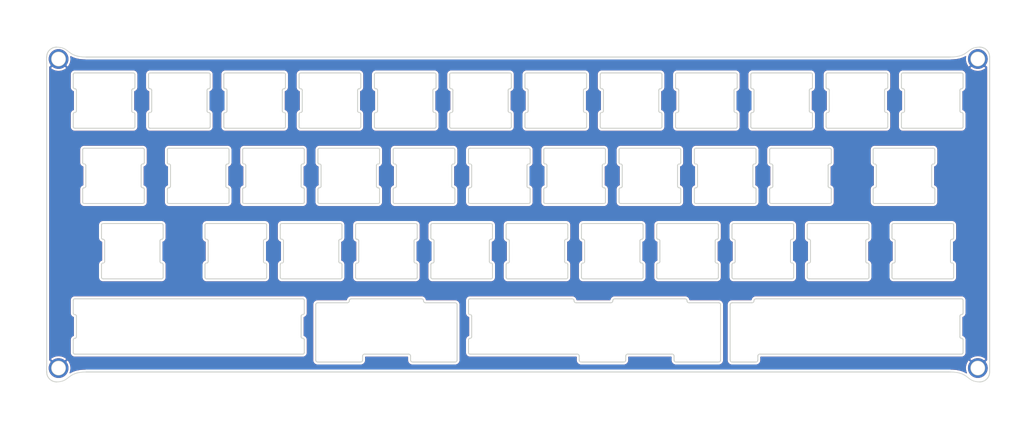
<source format=kicad_pcb>
(kicad_pcb (version 20211014) (generator pcbnew)
  (title_block (title "Static Plate") (date "2021-05-27") (rev "1.0") (company "0xCB") (comment 1 "Conor  Burns"))
  (layers (0 "F.Cu" signal) (31 "B.Cu" signal) (34 "B.Paste" user) (35 "F.Paste" user) (36 "B.SilkS" user "B.Silkscreen") (37 "F.SilkS" user "F.Silkscreen") (38 "B.Mask" user) (39 "F.Mask" user) (44 "Edge.Cuts" user))
  (net 0 "")
  (net 1 "GND")
  (footprint "MountingHole:MountingHole_2.5mm_Pad" (layer "F.Cu") (at 33.46 141.88)
    (fp_text reference "H2" hide)
    (fp_text value "MountingHole_Pad")
    (pad "1" thru_hole circle locked (at 0 0) (size 5 5) (drill 3.5) (layers *.Cu *.Mask) (net 1 "GND"))
  )
  (footprint "MountingHole:MountingHole_2.5mm_Pad" (layer "F.Cu") (at 266.06 141.87)
    (fp_text reference "H4" hide)
    (fp_text value "MountingHole_Pad")
    (pad "1" thru_hole circle locked (at 0 0) (size 5 5) (drill 3.5) (layers *.Cu *.Mask) (net 1 "GND"))
  )
  (footprint "MountingHole:MountingHole_2.5mm_Pad" (layer "F.Cu") (at 266.06 63.67)
    (fp_text reference "H3" hide)
    (fp_text value "MountingHole_Pad")
    (pad "1" thru_hole circle locked (at 0 0) (size 5 5) (drill 3.5) (layers *.Cu *.Mask) (net 1 "GND"))
  )
  (footprint "MountingHole:MountingHole_2.5mm_Pad" (layer "F.Cu") (at 33.46 63.67)
    (fp_text reference "H1" hide)
    (fp_text value "MountingHole_Pad")
    (pad "1" thru_hole circle locked (at 0 0) (size 5 5) (drill 3.5) (layers *.Cu *.Mask) (net 1 "GND"))
  )
  (gr_arc (start 161.902499 115.295001) (mid 161.626727 115.180773) (end 161.512499 114.905001) (layer "Edge.Cuts") (width 0.25))
  (gr_arc (start 128.974999 80.805001) (mid 128.860771 81.080773) (end 128.584999 81.195001) (layer "Edge.Cuts") (width 0.25))
  (gr_line (start 166.172499 115.295001) (end 166.162499 115.295001) (layer "Edge.Cuts") (width 0.25))
  (gr_arc (start 54.74625 96.245001) (mid 54.470478 96.130773) (end 54.35625 95.855001) (layer "Edge.Cuts") (width 0.25))
  (gr_line (start 175.677499 100.245001) (end 190.497499 100.245001) (layer "Edge.Cuts") (width 0.25))
  (gr_line (start 175.287499 86.635001) (end 175.287499 89.855001) (layer "Edge.Cuts") (width 0.25))
  (gr_line (start 209.937499 89.855001) (end 209.937499 86.635001) (layer "Edge.Cuts") (width 0.25))
  (gr_line (start 114.2775 90.245001) (end 114.2975 90.245001) (layer "Edge.Cuts") (width 0.25))
  (gr_arc (start 194.747499 90.245001) (mid 195.023271 90.359229) (end 195.137499 90.635001) (layer "Edge.Cuts") (width 0.25))
  (gr_line (start 203.893749 125.345001) (end 208.924999 125.345001) (layer "Edge.Cuts") (width 0.25))
  (gr_arc (start 243.274999 70.805001) (mid 243.160771 71.080773) (end 242.884999 71.195001) (layer "Edge.Cuts") (width 0.25))
  (gr_line (start 208.624999 77.585001) (end 208.624999 80.805001) (layer "Edge.Cuts") (width 0.25))
  (gr_arc (start 195.137499 95.855001) (mid 195.023271 96.130773) (end 194.747499 96.245001) (layer "Edge.Cuts") (width 0.25))
  (gr_arc (start 89.9725 109.295001) (mid 90.248272 109.409229) (end 90.3625 109.685001) (layer "Edge.Cuts") (width 0.25))
  (gr_arc (start 143.262499 108.895001) (mid 143.145342 109.177844) (end 142.862499 109.295001) (layer "Edge.Cuts") (width 0.25))
  (gr_line (start 76.075 71.585001) (end 76.075 76.805001) (layer "Edge.Cuts") (width 0.25))
  (gr_arc (start 75.665 81.195001) (mid 75.389228 81.080773) (end 75.275 80.805001) (layer "Edge.Cuts") (width 0.25))
  (gr_arc (start 80.0375 96.635001) (mid 80.151728 96.359229) (end 80.4275 96.245001) (layer "Edge.Cuts") (width 0.25))
  (gr_line (start 156.627499 86.245001) (end 171.447499 86.245001) (layer "Edge.Cuts") (width 0.25))
  (gr_line (start 44.72875 115.295001) (end 44.71875 115.295001) (layer "Edge.Cuts") (width 0.25))
  (gr_arc (start 70.9125 119.295001) (mid 70.629657 119.177844) (end 70.5125 118.895001) (layer "Edge.Cuts") (width 0.25))
  (gr_line (start 61.3775 90.245001) (end 61.3975 90.245001) (layer "Edge.Cuts") (width 0.25))
  (gr_arc (start 76.5875 99.855001) (mid 76.473272 100.130773) (end 76.1975 100.245001) (layer "Edge.Cuts") (width 0.25))
  (gr_line (start 99.4775 100.245001) (end 114.2975 100.245001) (layer "Edge.Cuts") (width 0.25))
  (gr_line (start 166.162499 109.295001) (end 166.172499 109.295001) (layer "Edge.Cuts") (width 0.25))
  (gr_arc (start 44.72875 109.295001) (mid 45.004522 109.409229) (end 45.11875 109.685001) (layer "Edge.Cuts") (width 0.25))
  (gr_line (start 59.91875 118.895001) (end 59.91875 115.695001) (layer "Edge.Cuts") (width 0.25))
  (gr_line (start 209.014999 71.195001) (end 209.034999 71.195001) (layer "Edge.Cuts") (width 0.25))
  (gr_line (start 37.565 81.195001) (end 52.385 81.195001) (layer "Edge.Cuts") (width 0.25))
  (gr_arc (start 118.5275 90.245001) (mid 118.251728 90.130773) (end 118.1375 89.855001) (layer "Edge.Cuts") (width 0.25))
  (gr_arc (start 137.597499 90.245001) (mid 137.873271 90.359229) (end 137.987499 90.635001) (layer "Edge.Cuts") (width 0.25))
  (gr_line (start 52.365 71.195001) (end 52.385 71.195001) (layer "Edge.Cuts") (width 0.25))
  (gr_arc (start 213.797499 90.245001) (mid 214.073271 90.359229) (end 214.187499 90.635001) (layer "Edge.Cuts") (width 0.25))
  (gr_arc (start 189.984999 71.195001) (mid 190.260771 71.309229) (end 190.374999 71.585001) (layer "Edge.Cuts") (width 0.25))
  (gr_arc (start 90.485 67.195001) (mid 90.760772 67.309229) (end 90.875 67.585001) (layer "Edge.Cuts") (width 0.25))
  (gr_arc (start 166.172499 109.295001) (mid 166.448271 109.409229) (end 166.562499 109.685001) (layer "Edge.Cuts") (width 0.25))
  (gr_arc (start 185.734999 67.195001) (mid 186.010771 67.309229) (end 186.124999 67.585001) (layer "Edge.Cuts") (width 0.25))
  (gr_arc (start 37.175 134.745) (mid 37.292157 134.462157) (end 37.575 134.345) (layer "Edge.Cuts") (width 0.25))
  (gr_arc (start 262.324999 127.945) (mid 262.207842 128.227843) (end 261.924999 128.345) (layer "Edge.Cuts") (width 0.25))
  (gr_line (start 85.7025 109.295001) (end 85.7125 109.295001) (layer "Edge.Cuts") (width 0.25))
  (gr_arc (start 262.324999 80.805001) (mid 262.210771 81.080773) (end 261.934999 81.195001) (layer "Edge.Cuts") (width 0.25))
  (gr_line (start 123.4125 109.685001) (end 123.4125 114.905001) (layer "Edge.Cuts") (width 0.25))
  (gr_line (start 170.914999 71.195001) (end 170.934999 71.195001) (layer "Edge.Cuts") (width 0.25))
  (gr_line (start 118.9375 90.635001) (end 118.9375 95.855001) (layer "Edge.Cuts") (width 0.25))
  (gr_line (start 75.275 77.585001) (end 75.275 80.805001) (layer "Edge.Cuts") (width 0.25))
  (gr_line (start 190.374999 71.585001) (end 190.374999 76.805001) (layer "Edge.Cuts") (width 0.25))
  (gr_arc (start 90.875 80.805001) (mid 90.760772 81.080773) (end 90.485 81.195001) (layer "Edge.Cuts") (width 0.25))
  (gr_arc (start 190.497499 96.245001) (mid 190.773271 96.359229) (end 190.887499 96.635001) (layer "Edge.Cuts") (width 0.25))
  (gr_arc (start 175.677499 90.245001) (mid 175.401727 90.130773) (end 175.287499 89.855001) (layer "Edge.Cuts") (width 0.25))
  (gr_line (start 194.727499 90.245001) (end 194.747499 90.245001) (layer "Edge.Cuts") (width 0.25))
  (gr_line (start 242.884999 77.195001) (end 242.864999 77.195001) (layer "Edge.Cuts") (width 0.25))
  (gr_arc (start 242.474999 71.585001) (mid 242.589227 71.309229) (end 242.864999 71.195001) (layer "Edge.Cuts") (width 0.25))
  (gr_arc (start 261.524999 71.585001) (mid 261.639227 71.309229) (end 261.914999 71.195001) (layer "Edge.Cuts") (width 0.25))
  (gr_arc (start 162.312499 108.895001) (mid 162.195342 109.177844) (end 161.912499 109.295001) (layer "Edge.Cuts") (width 0.25))
  (gr_arc (start 200.412499 118.895001) (mid 200.295342 119.177844) (end 200.012499 119.295001) (layer "Edge.Cuts") (width 0.25))
  (gr_line (start 109.515 71.195001) (end 109.535 71.195001) (layer "Edge.Cuts") (width 0.25))
  (gr_arc (start 244.343749 105.695001) (mid 244.460906 105.412158) (end 244.743749 105.295001) (layer "Edge.Cuts") (width 0.25))
  (gr_arc (start 147.512499 114.905001) (mid 147.398271 115.180773) (end 147.122499 115.295001) (layer "Edge.Cuts") (width 0.25))
  (gr_arc (start 95.2475 96.245001) (mid 95.523272 96.359229) (end 95.6375 96.635001) (layer "Edge.Cuts") (width 0.25))
  (gr_arc (start 219.062499 105.295001) (mid 219.345342 105.412158) (end 219.462499 105.695001) (layer "Edge.Cuts") (width 0.25))
  (gr_line (start 76.5875 99.855001) (end 76.5875 96.635001) (layer "Edge.Cuts") (width 0.25))
  (gr_arc (start 99.0875 96.635001) (mid 99.201728 96.359229) (end 99.4775 96.245001) (layer "Edge.Cuts") (width 0.25))
  (gr_arc (start 244.743749 109.295001) (mid 244.460906 109.177844) (end 244.343749 108.895001) (layer "Edge.Cuts") (width 0.25))
  (gr_arc (start 167.074999 70.805001) (mid 166.960771 71.080773) (end 166.684999 71.195001) (layer "Edge.Cuts") (width 0.25))
  (gr_arc (start 37.565 81.195001) (mid 37.289228 81.080773) (end 37.175 80.805001) (layer "Edge.Cuts") (width 0.25))
  (gr_line (start 70.9125 119.295001) (end 85.7125 119.295001) (layer "Edge.Cuts") (width 0.25))
  (gr_arc (start 228.577499 96.245001) (mid 228.301727 96.130773) (end 228.187499 95.855001) (layer "Edge.Cuts") (width 0.25))
  (gr_line (start 85.3125 109.685001) (end 85.3125 114.905001) (layer "Edge.Cuts") (width 0.25))
  (gr_line (start 165.762499 115.695001) (end 165.762499 118.895001) (layer "Edge.Cuts") (width 0.25))
  (gr_line (start 240.381249 90.635001) (end 240.381249 95.855001) (layer "Edge.Cuts") (width 0.25))
  (gr_arc (start 209.424999 124.845001) (mid 209.571446 124.491448) (end 209.924999 124.345001) (layer "Edge.Cuts") (width 0.25))
  (gr_arc (start 171.427499 96.245001) (mid 171.151727 96.130773) (end 171.037499 95.855001) (layer "Edge.Cuts") (width 0.25))
  (gr_arc (start 204.262499 119.295001) (mid 203.979656 119.177844) (end 203.862499 118.895001) (layer "Edge.Cuts") (width 0.25))
  (gr_line (start 219.052499 109.295001) (end 219.062499 109.295001) (layer "Edge.Cuts") (width 0.25))
  (gr_arc (start 89.9625 109.295001) (mid 89.679657 109.177844) (end 89.5625 108.895001) (layer "Edge.Cuts") (width 0.25))
  (gr_line (start 108.6125 115.695001) (end 108.6125 118.895001) (layer "Edge.Cuts") (width 0.25))
  (gr_arc (start 147.122499 109.295001) (mid 147.398271 109.409229) (end 147.512499 109.685001) (layer "Edge.Cuts") (width 0.25))
  (gr_arc (start 132.937499 90.635001) (mid 133.051727 90.359229) (end 133.327499 90.245001) (layer "Edge.Cuts") (width 0.25))
  (gr_arc (start 61.3975 90.245001) (mid 61.673272 90.359229) (end 61.7875 90.635001) (layer "Edge.Cuts") (width 0.25))
  (gr_line (start 166.684999 77.195001) (end 166.664999 77.195001) (layer "Edge.Cuts") (width 0.25))
  (gr_line (start 137.187499 86.635001) (end 137.187499 89.855001) (layer "Edge.Cuts") (width 0.25))
  (gr_arc (start 259.143749 109.685001) (mid 259.257977 109.409229) (end 259.533749 109.295001) (layer "Edge.Cuts") (width 0.25))
  (gr_line (start 142.852499 109.295001) (end 142.862499 109.295001) (layer "Edge.Cuts") (width 0.25))
  (gr_line (start 143.262499 108.895001) (end 143.262499 105.695001) (layer "Edge.Cuts") (width 0.25))
  (gr_arc (start 142.862499 115.295001) (mid 143.145342 115.412158) (end 143.262499 115.695001) (layer "Edge.Cuts") (width 0.25))
  (gr_arc (start 137.187499 86.635001) (mid 137.301727 86.359229) (end 137.577499 86.245001) (layer "Edge.Cuts") (width 0.25))
  (gr_arc (start 142.462499 109.685001) (mid 142.576727 109.409229) (end 142.852499 109.295001) (layer "Edge.Cuts") (width 0.25))
  (gr_arc (start 44.71875 109.295001) (mid 44.435907 109.177844) (end 44.31875 108.895001) (layer "Edge.Cuts") (width 0.25))
  (gr_line (start 171.837499 99.855001) (end 171.837499 96.635001) (layer "Edge.Cuts") (width 0.25))
  (gr_line (start 261.934999 77.195001) (end 261.914999 77.195001) (layer "Edge.Cuts") (width 0.25))
  (gr_arc (start 70.9125 109.295001) (mid 70.629657 109.177844) (end 70.5125 108.895001) (layer "Edge.Cuts") (width 0.25))
  (gr_arc (start 76.075 76.805001) (mid 75.960772 77.080773) (end 75.685 77.195001) (layer "Edge.Cuts") (width 0.25))
  (gr_arc (start 146.712499 115.695001) (mid 146.829656 115.412158) (end 147.112499 115.295001) (layer "Edge.Cuts") (width 0.25))
  (gr_line (start 175.677499 90.245001) (end 175.697499 90.245001) (layer "Edge.Cuts") (width 0.25))
  (gr_arc (start 223.834999 77.195001) (mid 224.110771 77.309229) (end 224.224999 77.585001) (layer "Edge.Cuts") (width 0.25))
  (gr_arc (start 156.237499 96.635001) (mid 156.351727 96.359229) (end 156.627499 96.245001) (layer "Edge.Cuts") (width 0.25))
  (gr_line (start 223.322499 115.295001) (end 223.312499 115.295001) (layer "Edge.Cuts") (width 0.25))
  (gr_line (start 151.864999 81.195001) (end 166.684999 81.195001) (layer "Edge.Cuts") (width 0.25))
  (gr_line (start 37.565 67.195001) (end 52.385 67.195001) (layer "Edge.Cuts") (width 0.25))
  (gr_arc (start 59.50875 115.295001) (mid 59.232978 115.180773) (end 59.11875 114.905001) (layer "Edge.Cuts") (width 0.25))
  (gr_line (start 118.1375 86.635001) (end 118.1375 89.855001) (layer "Edge.Cuts") (width 0.25))
  (gr_line (start 99.4775 90.245001) (end 99.4975 90.245001) (layer "Edge.Cuts") (width 0.25))
  (gr_line (start 189.984999 77.195001) (end 189.964999 77.195001) (layer "Edge.Cuts") (width 0.25))
  (gr_arc (start 105.1625 118.895001) (mid 105.045343 119.177844) (end 104.7625 119.295001) (layer "Edge.Cuts") (width 0.25))
  (gr_line (start 195.137499 90.635001) (end 195.137499 95.855001) (layer "Edge.Cuts") (width 0.25))
  (gr_arc (start 266.549999 60.670001) (mid 268.317766 61.402234) (end 269.049999 63.170001) (layer "Edge.Cuts") (width 0.25))
  (gr_line (start 185.212499 109.295001) (end 185.222499 109.295001) (layer "Edge.Cuts") (width 0.25))
  (gr_line (start 200.002499 109.295001) (end 200.012499 109.295001) (layer "Edge.Cuts") (width 0.25))
  (gr_arc (start 254.781249 96.245001) (mid 255.064092 96.362158) (end 255.181249 96.645001) (layer "Edge.Cuts") (width 0.25))
  (gr_arc (start 173.706249 124.845001) (mid 173.852696 124.491448) (end 174.206249 124.345001) (layer "Edge.Cuts") (width 0.25))
  (gr_arc (start 157.037499 95.855001) (mid 156.923271 96.130773) (end 156.647499 96.245001) (layer "Edge.Cuts") (width 0.25))
  (gr_line (start 132.814999 71.195001) (end 132.834999 71.195001) (layer "Edge.Cuts") (width 0.25))
  (gr_arc (start 204.784999 77.195001) (mid 205.060771 77.309229) (end 205.174999 77.585001) (layer "Edge.Cuts") (width 0.25))
  (gr_arc (start 54.35625 90.635001) (mid 54.470478 90.359229) (end 54.74625 90.245001) (layer "Edge.Cuts") (width 0.25))
  (gr_line (start 184.812499 115.695001) (end 184.812499 118.895001) (layer "Edge.Cuts") (width 0.25))
  (gr_arc (start 104.7525 115.295001) (mid 104.476728 115.180773) (end 104.3625 114.905001) (layer "Edge.Cuts") (width 0.25))
  (gr_line (start 147.614999 71.195001) (end 147.634999 71.195001) (layer "Edge.Cuts") (width 0.25))
  (gr_line (start 213.387499 86.635001) (end 213.387499 89.855001) (layer "Edge.Cuts") (width 0.25))
  (gr_arc (start 209.137499 90.635001) (mid 209.251727 90.359229) (end 209.527499 90.245001) (layer "Edge.Cuts") (width 0.25))
  (gr_line (start 95.6375 89.855001) (end 95.6375 86.635001) (layer "Edge.Cuts") (width 0.25))
  (gr_line (start 239.581249 96.645001) (end 239.581249 99.845001) (layer "Edge.Cuts") (width 0.25))
  (gr_line (start 80.8375 90.635001) (end 80.8375 95.855001) (layer "Edge.Cuts") (width 0.25))
  (gr_arc (start 137.187499 134.745) (mid 137.304656 134.462157) (end 137.587499 134.345) (layer "Edge.Cuts") (width 0.25))
  (gr_line (start 151.474999 67.585001) (end 151.474999 70.805001) (layer "Edge.Cuts") (width 0.25))
  (gr_line (start 113.375 77.585001) (end 113.375 80.805001) (layer "Edge.Cuts") (width 0.25))
  (gr_line (start 59.11875 109.685001) (end 59.11875 114.905001) (layer "Edge.Cuts") (width 0.25))
  (gr_arc (start 200.002499 115.295001) (mid 199.726727 115.180773) (end 199.612499 114.905001) (layer "Edge.Cuts") (width 0.25))
  (gr_line (start 113.785 77.195001) (end 113.765 77.195001) (layer "Edge.Cuts") (width 0.25))
  (gr_arc (start 185.612499 114.905001) (mid 185.498271 115.180773) (end 185.222499 115.295001) (layer "Edge.Cuts") (width 0.25))
  (gr_line (start 186.124999 70.805001) (end 186.124999 67.585001) (layer "Edge.Cuts") (width 0.25))
  (gr_arc (start 244.753749 109.295001) (mid 245.029521 109.409229) (end 245.143749 109.685001) (layer "Edge.Cuts") (width 0.25))
  (gr_arc (start 228.987499 89.855001) (mid 228.873271 90.130773) (end 228.597499 90.245001) (layer "Edge.Cuts") (width 0.25))
  (gr_arc (start 113.765 71.195001) (mid 113.489228 71.080773) (end 113.375 70.805001) (layer "Edge.Cuts") (width 0.25))
  (gr_line (start 37.175 134.745) (end 37.175 137.945) (layer "Edge.Cuts") (width 0.25))
  (gr_arc (start 171.037499 90.635001) (mid 171.151727 90.359229) (end 171.427499 90.245001) (layer "Edge.Cuts") (width 0.25))
  (gr_arc (start 109.4125 114.905001) (mid 109.298272 115.180773) (end 109.0225 115.295001) (layer "Edge.Cuts") (width 0.25))
  (gr_line (start 181.362499 108.895001) (end 181.362499 105.695001) (layer "Edge.Cuts") (width 0.25))
  (gr_line (start 37.575 124.345001) (end 95.2375 124.345001) (layer "Edge.Cuts") (width 0.25))
  (gr_line (start 194.727499 100.245001) (end 209.547499 100.245001) (layer "Edge.Cuts") (width 0.25))
  (gr_arc (start 75.7875 90.635001) (mid 75.901728 90.359229) (end 76.1775 90.245001) (layer "Edge.Cuts") (width 0.25))
  (gr_arc (start 95.2475 86.245001) (mid 95.523272 86.359229) (end 95.6375 86.635001) (layer "Edge.Cuts") (width 0.25))
  (gr_line (start 228.187499 90.635001) (end 228.187499 95.855001) (layer "Edge.Cuts") (width 0.25))
  (gr_line (start 148.024999 70.805001) (end 148.024999 67.585001) (layer "Edge.Cuts") (width 0.25))
  (gr_line (start 37.585 77.195001) (end 37.565 77.195001) (layer "Edge.Cuts") (width 0.25))
  (gr_arc (start 95.6375 89.855001) (mid 95.523272 90.130773) (end 95.2475 90.245001) (layer "Edge.Cuts") (width 0.25))
  (gr_arc (start 89.9625 119.295001) (mid 89.679657 119.177844) (end 89.5625 118.895001) (layer "Edge.Cuts") (width 0.25))
  (gr_arc (start 76.1975 86.245001) (mid 76.473272 86.359229) (end 76.5875 86.635001) (layer "Edge.Cuts") (width 0.25))
  (gr_arc (start 71.025 71.585001) (mid 71.139228 71.309229) (end 71.415 71.195001) (layer "Edge.Cuts") (width 0.25))
  (gr_arc (start 224.224999 70.805001) (mid 224.110771 71.080773) (end 223.834999 71.195001) (layer "Edge.Cuts") (width 0.25))
  (gr_arc (start 132.814999 71.195001) (mid 132.539227 71.080773) (end 132.424999 70.805001) (layer "Edge.Cuts") (width 0.25))
  (gr_line (start 228.987499 89.855001) (end 228.987499 86.635001) (layer "Edge.Cuts") (width 0.25))
  (gr_line (start 109.0125 109.295001) (end 109.0225 109.295001) (layer "Edge.Cuts") (width 0.25))
  (gr_line (start 95.6375 137.945) (end 95.6375 134.745) (layer "Edge.Cuts") (width 0.25))
  (gr_line (start 143.262499 118.895001) (end 143.262499 115.695001) (layer "Edge.Cuts") (width 0.25))
  (gr_line (start 175.677499 86.245001) (end 190.497499 86.245001) (layer "Edge.Cuts") (width 0.25))
  (gr_arc (start 52.385 67.195001) (mid 52.660772 67.309229) (end 52.775 67.585001) (layer "Edge.Cuts") (width 0.25))
  (gr_arc (start 238.512499 118.895001) (mid 238.395342 119.177844) (end 238.112499 119.295001) (layer "Edge.Cuts") (width 0.25))
  (gr_line (start 219.062499 115.295001) (end 219.052499 115.295001) (layer "Edge.Cuts") (width 0.25))
  (gr_line (start 137.187499 134.745) (end 137.187499 137.945) (layer "Edge.Cuts") (width 0.25))
  (gr_arc (start 209.937499 99.855001) (mid 209.823271 100.130773) (end 209.547499 100.245001) (layer "Edge.Cuts") (width 0.25))
  (gr_arc (start 223.712499 114.905001) (mid 223.598271 115.180773) (end 223.322499 115.295001) (layer "Edge.Cuts") (width 0.25))
  (gr_arc (start 126.293749 125.345) (mid 125.940196 125.198554) (end 125.79375 124.845001) (layer "Edge.Cuts") (width 0.25))
  (gr_line (start 151.474999 77.585001) (end 151.474999 80.805001) (layer "Edge.Cuts") (width 0.25))
  (gr_arc (start 56.615 71.195001) (mid 56.339228 71.080773) (end 56.225 70.805001) (layer "Edge.Cuts") (width 0.25))
  (gr_line (start 161.512499 109.685001) (end 161.512499 114.905001) (layer "Edge.Cuts") (width 0.25))
  (gr_line (start 261.524999 71.585001) (end 261.524999 76.805001) (layer "Edge.Cuts") (width 0.25))
  (gr_line (start 259.943749 108.895001) (end 259.943749 105.695001) (layer "Edge.Cuts") (width 0.25))
  (gr_line (start 61.3975 96.245001) (end 61.3775 96.245001) (layer "Edge.Cuts") (width 0.25))
  (gr_line (start 61.7875 90.635001) (end 61.7875 95.855001) (layer "Edge.Cuts") (width 0.25))
  (gr_line (start 124.2125 108.895001) (end 124.2125 105.695001) (layer "Edge.Cuts") (width 0.25))
  (gr_line (start 71.025 71.585001) (end 71.025 76.805001) (layer "Edge.Cuts") (width 0.25))
  (gr_arc (start 209.937499 89.855001) (mid 209.823271 90.130773) (end 209.547499 90.245001) (layer "Edge.Cuts") (width 0.25))
  (gr_arc (start 175.287499 96.635001) (mid 175.401727 96.359229) (end 175.677499 96.245001) (layer "Edge.Cuts") (width 0.25))
  (gr_line (start 104.3625 109.685001) (end 104.3625 114.905001) (layer "Edge.Cuts") (width 0.25))
  (gr_line (start 156.237499 96.635001) (end 156.237499 99.855001) (layer "Edge.Cuts") (width 0.25))
  (gr_arc (start 133.347499 96.245001) (mid 133.623271 96.359229) (end 133.737499 96.635001) (layer "Edge.Cuts") (width 0.25))
  (gr_arc (start 71.3125 114.905001) (mid 71.198272 115.180773) (end 70.9225 115.295001) (layer "Edge.Cuts") (width 0.25))
  (gr_line (start 60.9875 86.635001) (end 60.9875 89.855001) (layer "Edge.Cuts") (width 0.25))
  (gr_arc (start 200.468749 125.345) (mid 200.822302 125.491447) (end 200.968749 125.845) (layer "Edge.Cuts") (width 0.25))
  (gr_arc (start 56.225 77.585001) (mid 56.339228 77.309229) (end 56.615 77.195001) (layer "Edge.Cuts") (width 0.25))
  (gr_arc (start 218.662499 109.685001) (mid 218.776727 109.409229) (end 219.052499 109.295001) (layer "Edge.Cuts") (width 0.25))
  (gr_line (start 57.025 71.585001) (end 57.025 76.805001) (layer "Edge.Cuts") (width 0.25))
  (gr_arc (start 247.524999 76.805001) (mid 247.410771 77.080773) (end 247.134999 77.195001) (layer "Edge.Cuts") (width 0.25))
  (gr_arc (start 228.084999 71.195001) (mid 228.360771 71.309229) (end 228.474999 71.585001) (layer "Edge.Cuts") (width 0.25))
  (gr_line (start 52.775 80.805001) (end 52.775 77.585001) (layer "Edge.Cuts") (width 0.25))
  (gr_arc (start 95.2375 124.345001) (mid 95.520343 124.462158) (end 95.6375 124.745001) (layer "Edge.Cuts") (width 0.25))
  (gr_arc (start 94.735 71.195001) (mid 95.010772 71.309229) (end 95.125 71.585001) (layer "Edge.Cuts") (width 0.25))
  (gr_arc (start 54.75625 96.245001) (mid 55.039093 96.362158) (end 55.15625 96.645001) (layer "Edge.Cuts") (width 0.25))
  (gr_line (start 259.049999 142.87) (end 40.45 142.87) (layer "Edge.Cuts") (width 0.25))
  (gr_line (start 222.912499 115.695001) (end 222.912499 118.895001) (layer "Edge.Cuts") (width 0.25))
  (gr_line (start 213.777499 90.245001) (end 213.797499 90.245001) (layer "Edge.Cuts") (width 0.25))
  (gr_arc (start 204.272499 109.295001) (mid 204.548271 109.409229) (end 204.662499 109.685001) (layer "Edge.Cuts") (width 0.25))
  (gr_arc (start 185.324999 71.585001) (mid 185.439227 71.309229) (end 185.714999 71.195001) (layer "Edge.Cuts") (width 0.25))
  (gr_arc (start 147.112499 119.295001) (mid 146.829656 119.177844) (end 146.712499 118.895001) (layer "Edge.Cuts") (width 0.25))
  (gr_arc (start 99.4775 90.245001) (mid 99.201728 90.130773) (end 99.0875 89.855001) (layer "Edge.Cuts") (width 0.25))
  (gr_arc (start 238.112499 105.295001) (mid 238.395342 105.412158) (end 238.512499 105.695001) (layer "Edge.Cuts") (width 0.25))
  (gr_arc (start 209.014999 71.195001) (mid 208.739227 71.080773) (end 208.624999 70.805001) (layer "Edge.Cuts") (width 0.25))
  (gr_line (start 132.937499 90.635001) (end 132.937499 95.855001) (layer "Edge.Cuts") (width 0.25))
  (gr_line (start 137.987499 128.735) (end 137.987499 133.955) (layer "Edge.Cuts") (width 0.25))
  (gr_arc (start 259.943749 118.895001) (mid 259.826592 119.177844) (end 259.543749 119.295001) (layer "Edge.Cuts") (width 0.25))
  (gr_line (start 189.574999 77.585001) (end 189.574999 80.805001) (layer "Edge.Cuts") (width 0.25))
  (gr_line (start 128.174999 71.585001) (end 128.174999 76.805001) (layer "Edge.Cuts") (width 0.25))
  (gr_line (start 247.134999 77.195001) (end 247.114999 77.195001) (layer "Edge.Cuts") (width 0.25))
  (gr_line (start 132.814999 81.195001) (end 147.634999 81.195001) (layer "Edge.Cuts") (width 0.25))
  (gr_arc (start 180.962499 115.295001) (mid 181.245342 115.412158) (end 181.362499 115.695001) (layer "Edge.Cuts") (width 0.25))
  (gr_arc (start 95.2375 134.345) (mid 95.520343 134.462157) (end 95.6375 134.745) (layer "Edge.Cuts") (width 0.25))
  (gr_arc (start 238.512499 108.895001) (mid 238.395342 109.177844) (end 238.112499 109.295001) (layer "Edge.Cuts") (width 0.25))
  (gr_arc (start 213.387499 86.635001) (mid 213.501727 86.359229) (end 213.777499 86.245001) (layer "Edge.Cuts") (width 0.25))
  (gr_line (start 228.597499 96.245001) (end 228.577499 96.245001) (layer "Edge.Cuts") (width 0.25))
  (gr_arc (start 171.447499 96.245001) (mid 171.723271 96.359229) (end 171.837499 96.635001) (layer "Edge.Cuts") (width 0.25))
  (gr_line (start 76.1775 90.245001) (end 76.1975 90.245001) (layer "Edge.Cuts") (width 0.25))
  (gr_arc (start 125.29375 124.345001) (mid 125.647303 124.491448) (end 125.79375 124.845001) (layer "Edge.Cuts") (width 0.25))
  (gr_arc (start 123.4125 109.685001) (mid 123.526728 109.409229) (end 123.8025 109.295001) (layer "Edge.Cuts") (width 0.25))
  (gr_arc (start 118.5475 90.245001) (mid 118.823272 90.359229) (end 118.9375 90.635001) (layer "Edge.Cuts") (width 0.25))
  (gr_arc (start 247.114999 81.195001) (mid 246.839227 81.080773) (end 246.724999 80.805001) (layer "Edge.Cuts") (width 0.25))
  (gr_arc (start 219.062499 115.295001) (mid 219.345342 115.412158) (end 219.462499 115.695001) (layer "Edge.Cuts") (width 0.25))
  (gr_line (start 45.11875 109.685001) (end 45.11875 114.905001) (layer "Edge.Cuts") (width 0.25))
  (gr_line (start 70.9225 115.295001) (end 70.9125 115.295001) (layer "Edge.Cuts") (width 0.25))
  (gr_line (start 238.512499 108.895001) (end 238.512499 105.695001) (layer "Edge.Cuts") (width 0.25))
  (gr_line (start 132.424999 67.585001) (end 132.424999 70.805001) (layer "Edge.Cuts") (width 0.25))
  (gr_line (start 171.427499 90.245001) (end 171.447499 90.245001) (layer "Edge.Cuts") (width 0.25))
  (gr_line (start 222.912499 105.695001) (end 222.912499 108.895001) (layer "Edge.Cuts") (width 0.25))
  (gr_arc (start 170.934999 71.195001) (mid 171.210771 71.309229) (end 171.324999 71.585001) (layer "Edge.Cuts") (width 0.25))
  (gr_line (start 244.743749 109.295001) (end 244.753749 109.295001) (layer "Edge.Cuts") (width 0.25))
  (gr_line (start 243.274999 80.805001) (end 243.274999 77.585001) (layer "Edge.Cuts") (width 0.25))
  (gr_line (start 209.937499 99.855001) (end 209.937499 96.635001) (layer "Edge.Cuts") (width 0.25))
  (gr_arc (start 95.6375 127.945) (mid 95.520343 128.227843) (end 95.2375 128.345) (layer "Edge.Cuts") (width 0.25))
  (gr_arc (start 194.727499 90.245001) (mid 194.451727 90.130773) (end 194.337499 89.855001) (layer "Edge.Cuts") (width 0.25))
  (gr_line (start 148.024999 80.805001) (end 148.024999 77.585001) (layer "Edge.Cuts") (width 0.25))
  (gr_line (start 185.714999 71.195001) (end 185.734999 71.195001) (layer "Edge.Cuts") (width 0.25))
  (gr_arc (start 80.4275 90.245001) (mid 80.151728 90.130773) (end 80.0375 89.855001) (layer "Edge.Cuts") (width 0.25))
  (gr_arc (start 161.912499 105.295001) (mid 162.195342 105.412158) (end 162.312499 105.695001) (layer "Edge.Cuts") (width 0.25))
  (gr_line (start 54.75625 96.245001) (end 54.74625 96.245001) (layer "Edge.Cuts") (width 0.25))
  (gr_arc (start 94.8375 128.735) (mid 94.951728 128.459228) (end 95.2275 128.345) (layer "Edge.Cuts") (width 0.25))
  (gr_arc (start 208.624999 67.585001) (mid 208.739227 67.309229) (end 209.014999 67.195001) (layer "Edge.Cuts") (width 0.25))
  (gr_arc (start 37.975 133.955) (mid 37.860772 134.230772) (end 37.585 134.345) (layer "Edge.Cuts") (width 0.25))
  (gr_line (start 210.393749 138.845) (end 210.393749 139.845) (layer "Edge.Cuts") (width 0.25))
  (gr_line (start 190.497499 96.245001) (end 190.477499 96.245001) (layer "Edge.Cuts") (width 0.25))
  (gr_circle (center 266.049999 63.670001) (end 267.799999 63.670001) (layer "Edge.Cuts") (width 0.25) (fill none))
  (gr_line (start 170.524999 77.585001) (end 170.524999 80.805001) (layer "Edge.Cuts") (width 0.25))
  (gr_arc (start 137.577499 100.245001) (mid 137.301727 100.130773) (end 137.187499 99.855001) (layer "Edge.Cuts") (width 0.25))
  (gr_arc (start 238.112499 115.295001) (mid 238.395342 115.412158) (end 238.512499 115.695001) (layer "Edge.Cuts") (width 0.25))
  (gr_arc (start 94.8375 90.635001) (mid 94.951728 90.359229) (end 95.2275 90.245001) (layer "Edge.Cuts") (width 0.25))
  (gr_line (start 223.312499 105.295001) (end 238.112499 105.295001) (layer "Edge.Cuts") (width 0.25))
  (gr_line (start 137.597499 96.245001) (end 137.577499 96.245001) (layer "Edge.Cuts") (width 0.25))
  (gr_arc (start 152.274999 76.805001) (mid 152.160771 77.080773) (end 151.884999 77.195001) (layer "Edge.Cuts") (width 0.25))
  (gr_line (start 194.337499 96.635001) (end 194.337499 99.855001) (layer "Edge.Cuts") (width 0.25))
  (gr_line (start 71.825 70.805001) (end 71.825 67.585001) (layer "Edge.Cuts") (width 0.25))
  (gr_arc (start 75.275 67.585001) (mid 75.389228 67.309229) (end 75.665 67.195001) (layer "Edge.Cuts") (width 0.25))
  (gr_line (start 164.393749 125.345001) (end 173.206249 125.345001) (layer "Edge.Cuts") (width 0.25))
  (gr_arc (start 109.925 70.805001) (mid 109.810772 71.080773) (end 109.535 71.195001) (layer "Edge.Cuts") (width 0.25))
  (gr_line (start 219.462499 108.895001) (end 219.462499 105.695001) (layer "Edge.Cuts") (width 0.25))
  (gr_arc (start 204.784999 67.195001) (mid 205.060771 67.309229) (end 205.174999 67.585001) (layer "Edge.Cuts") (width 0.25))
  (gr_line (start 166.162499 119.295001) (end 180.962499 119.295001) (layer "Edge.Cuts") (width 0.25))
  (gr_line (start 244.343749 105.695001) (end 244.343749 108.895001) (layer "Edge.Cuts") (width 0.25))
  (gr_line (start 167.074999 70.805001) (end 167.074999 67.585001) (layer "Edge.Cuts") (width 0.25))
  (gr_arc (start 147.614999 77.195001) (mid 147.339227 77.080773) (end 147.224999 76.805001) (layer "Edge.Cuts") (width 0.25))
  (gr_curve (pts (xy 40.45 142.87) (xy 35.45 142.87) (xy 36.45 145.37) (xy 32.95 145.37)) (layer "Edge.Cuts") (width 0.2))
  (gr_line (start 118.5275 86.245001) (end 133.347499 86.245001) (layer "Edge.Cuts") (width 0.25))
  (gr_line (start 146.712499 105.695001) (end 146.712499 108.895001) (layer "Edge.Cuts") (width 0.25))
  (gr_arc (start 137.587499 138.345) (mid 137.304656 138.227843) (end 137.187499 137.945) (layer "Edge.Cuts") (width 0.25))
  (gr_arc (start 261.924999 134.345) (mid 262.207842 134.462157) (end 262.324999 134.745) (layer "Edge.Cuts") (width 0.25))
  (gr_arc (start 200.012499 105.295001) (mid 200.295342 105.412158) (end 200.412499 105.695001) (layer "Edge.Cuts") (width 0.25))
  (gr_line (start 167.074999 80.805001) (end 167.074999 77.585001) (layer "Edge.Cuts") (width 0.25))
  (gr_line (start 254.781249 96.245001) (end 254.771249 96.245001) (layer "Edge.Cuts") (width 0.25))
  (gr_arc (start 194.337499 96.635001) (mid 194.451727 96.359229) (end 194.727499 96.245001) (layer "Edge.Cuts") (width 0.25))
  (gr_line (start 204.784999 77.195001) (end 204.764999 77.195001) (layer "Edge.Cuts") (width 0.25))
  (gr_arc (start 39.55625 96.645001) (mid 39.673407 96.362158) (end 39.95625 96.245001) (layer "Edge.Cuts") (width 0.25))
  (gr_arc (start 80.8375 95.855001) (mid 80.723272 96.130773) (end 80.4475 96.245001) (layer "Edge.Cuts") (width 0.25))
  (gr_arc (start 228.064999 81.195001) (mid 227.789227 81.080773) (end 227.674999 80.805001) (layer "Edge.Cuts") (width 0.25))
  (gr_line (start 113.375 67.585001) (end 113.375 70.805001) (layer "Edge.Cuts") (width 0.25))
  (gr_line (start 161.912499 115.295001) (end 161.902499 115.295001) (layer "Edge.Cuts") (width 0.25))
  (gr_line (start 165.206249 138.845) (end 165.206249 139.845) (layer "Edge.Cuts") (width 0.25))
  (gr_line (start 95.2275 90.245001) (end 95.2475 90.245001) (layer "Edge.Cuts") (width 0.25))
  (gr_arc (start 171.324999 76.805001) (mid 171.210771 77.080773) (end 170.934999 77.195001) (layer "Edge.Cuts") (width 0.25))
  (gr_arc (start 94.715 71.195001) (mid 94.439228 71.080773) (end 94.325 70.805001) (layer "Edge.Cuts") (width 0.25))
  (gr_line (start 105.1625 108.895001) (end 105.1625 105.695001) (layer "Edge.Cuts") (width 0.25))
  (gr_line (start 262.324999 70.805001) (end 262.324999 67.585001) (layer "Edge.Cuts") (width 0.25))
  (gr_line (start 94.325 77.585001) (end 94.325 80.805001) (layer "Edge.Cuts") (width 0.25))
  (gr_arc (start 71.825 80.805001) (mid 71.710772 81.080773) (end 71.435 81.195001) (layer "Edge.Cuts") (width 0.25))
  (gr_line (start 60.9875 96.635001) (end 60.9875 99.855001) (layer "Edge.Cuts") (width 0.25))
  (gr_line (start 137.587499 128.345) (end 137.597499 128.345) (layer "Edge.Cuts") (width 0.25))
  (gr_line (start 156.237499 86.635001) (end 156.237499 89.855001) (layer "Edge.Cuts") (width 0.25))
  (gr_line (start 261.924999 134.345) (end 261.914999 134.345) (layer "Edge.Cuts") (width 0.25))
  (gr_line (start 71.825 80.805001) (end 71.825 77.585001) (layer "Edge.Cuts") (width 0.25))
  (gr_arc (start 228.597499 96.245001) (mid 228.873271 96.359229) (end 228.987499 96.635001) (layer "Edge.Cuts") (width 0.25))
  (gr_line (start 61.3775 100.245001) (end 76.1975 100.245001) (layer "Edge.Cuts") (width 0.25))
  (gr_arc (start 181.362499 108.895001) (mid 181.245342 109.177844) (end 180.962499 109.295001) (layer "Edge.Cuts") (width 0.25))
  (gr_arc (start 242.864999 77.195001) (mid 242.589227 77.080773) (end 242.474999 76.805001) (layer "Edge.Cuts") (width 0.25))
  (gr_line (start 165.706249 140.345) (end 176.468749 140.345) (layer "Edge.Cuts") (width 0.25))
  (gr_arc (start 184.812499 105.695001) (mid 184.929656 105.412158) (end 185.212499 105.295001) (layer "Edge.Cuts") (width 0.25))
  (gr_line (start 170.914999 67.195001) (end 185.734999 67.195001) (layer "Edge.Cuts") (width 0.25))
  (gr_line (start 152.787499 99.855001) (end 152.787499 96.635001) (layer "Edge.Cuts") (width 0.25))
  (gr_line (start 246.724999 67.585001) (end 246.724999 70.805001) (layer "Edge.Cuts") (width 0.25))
  (gr_arc (start 37.175 124.745001) (mid 37.292157 124.462158) (end 37.575 124.345001) (layer "Edge.Cuts") (width 0.25))
  (gr_curve (pts (xy 259.049999 63.170001) (xy 264.049999 63.170001) (xy 263.049999 60.670001) (xy 266.549999 60.670001)) (layer "Edge.Cuts") (width 0.2))
  (gr_arc (start 254.781249 86.245001) (mid 255.064092 86.362158) (end 255.181249 86.645001) (layer "Edge.Cuts") (width 0.25))
  (gr_line (start 246.724999 77.585001) (end 246.724999 80.805001) (layer "Edge.Cuts") (width 0.25))
  (gr_line (start 80.4475 96.245001) (end 80.4275 96.245001) (layer "Edge.Cuts") (width 0.25))
  (gr_arc (start 128.062499 119.295001) (mid 127.779656 119.177844) (end 127.662499 118.895001) (layer "Edge.Cuts") (width 0.25))
  (gr_line (start 137.577499 100.245001) (end 152.397499 100.245001) (layer "Edge.Cuts") (width 0.25))
  (gr_arc (start 113.8875 90.635001) (mid 114.001728 90.359229) (end 114.2775 90.245001) (layer "Edge.Cuts") (width 0.25))
  (gr_arc (start 227.674999 77.585001) (mid 227.789227 77.309229) (end 228.064999 77.195001) (layer "Edge.Cuts") (width 0.25))
  (gr_circle (center 33.45 63.670001) (end 35.2 63.670001) (layer "Edge.Cuts") (width 0.25) (fill none))
  (gr_arc (start 113.375 77.585001) (mid 113.489228 77.309229) (end 113.765 77.195001) (layer "Edge.Cuts") (width 0.25))
  (gr_line (start 37.585 134.345) (end 37.575 134.345) (layer "Edge.Cuts") (width 0.25))
  (gr_arc (start 208.624999 77.585001) (mid 208.739227 77.309229) (end 209.014999 77.195001) (layer "Edge.Cuts") (width 0.25))
  (gr_arc (start 60.9875 96.635001) (mid 61.101728 96.359229) (end 61.3775 96.245001) (layer "Edge.Cuts") (width 0.25))
  (gr_arc (start 113.785 71.195001) (mid 114.060772 71.309229) (end 114.175 71.585001) (layer "Edge.Cuts") (width 0.25))
  (gr_line (start 56.615 81.195001) (end 71.435 81.195001) (layer "Edge.Cuts") (width 0.25))
  (gr_arc (start 219.462499 118.895001) (mid 219.345342 119.177844) (end 219.062499 119.295001) (layer "Edge.Cuts") (width 0.25))
  (gr_arc (start 110.39375 139.845) (mid 110.247303 140.198553) (end 109.89375 140.345) (layer "Edge.Cuts") (width 0.25))
  (gr_line (start 99.0875 86.635001) (end 99.0875 89.855001) (layer "Edge.Cuts") (width 0.25))
  (gr_line (start 105.1625 118.895001) (end 105.1625 115.695001) (layer "Edge.Cuts") (width 0.25))
  (gr_arc (start 99.03125 140.345) (mid 98.677697 140.198553) (end 98.53125 139.845) (layer "Edge.Cuts") (width 0.25))
  (gr_line (start 133.327499 90.245001) (end 133.347499 90.245001) (layer "Edge.Cuts") (width 0.25))
  (gr_arc (start 86.1125 118.895001) (mid 85.995343 119.177844) (end 85.7125 119.295001) (layer "Edge.Cuts") (width 0.25))
  (gr_line (start 44.71875 105.295001) (end 59.51875 105.295001) (layer "Edge.Cuts") (width 0.25))
  (gr_arc (start 99.4975 90.245001) (mid 99.773272 90.359229) (end 99.8875 90.635001) (layer "Edge.Cuts") (width 0.25))
  (gr_line (start 142.862499 115.295001) (end 142.852499 115.295001) (layer "Edge.Cuts") (width 0.25))
  (gr_arc (start 61.3775 90.245001) (mid 61.101728 90.130773) (end 60.9875 89.855001) (layer "Edge.Cuts") (width 0.25))
  (gr_arc (start 90.3625 114.905001) (mid 90.248272 115.180773) (end 89.9725 115.295001) (layer "Edge.Cuts") (width 0.25))
  (gr_line (start 170.914999 81.195001) (end 185.734999 81.195001) (layer "Edge.Cuts") (width 0.25))
  (gr_arc (start 132.424999 77.585001) (mid 132.539227 77.309229) (end 132.814999 77.195001) (layer "Edge.Cuts") (width 0.25))
  (gr_arc (start 54.75625 86.245001) (mid 55.039093 86.362158) (end 55.15625 86.645001) (layer "Edge.Cuts") (width 0.25))
  (gr_arc (start 209.547499 96.245001) (mid 209.823271 96.359229) (end 209.937499 96.635001) (layer "Edge.Cuts") (width 0.25))
  (gr_arc (start 137.597499 128.345) (mid 137.873271 128.459228) (end 137.987499 128.735) (layer "Edge.Cuts") (width 0.25))
  (gr_arc (start 57.025 76.805001) (mid 56.910772 77.080773) (end 56.635 77.195001) (layer "Edge.Cuts") (width 0.25))
  (gr_line (start 227.674999 77.585001) (end 227.674999 80.805001) (layer "Edge.Cuts") (width 0.25))
  (gr_line (start 56.635 77.195001) (end 56.615 77.195001) (layer "Edge.Cuts") (width 0.25))
  (gr_line (start 137.577499 86.245001) (end 152.397499 86.245001) (layer "Edge.Cuts") (width 0.25))
  (gr_arc (start 132.814999 81.195001) (mid 132.539227 81.080773) (end 132.424999 80.805001) (layer "Edge.Cuts") (width 0.25))
  (gr_line (start 238.102499 109.295001) (end 238.112499 109.295001) (layer "Edge.Cuts") (width 0.25))
  (gr_line (start 55.15625 99.845001) (end 55.15625 96.645001) (layer "Edge.Cuts") (width 0.25))
  (gr_arc (start 156.647499 90.245001) (mid 156.923271 90.359229) (end 157.037499 90.635001) (layer "Edge.Cuts") (width 0.25))
  (gr_line (start 223.834999 77.195001) (end 223.814999 77.195001) (layer "Edge.Cuts") (width 0.25))
  (gr_arc (start 261.924999 124.345001) (mid 262.207842 124.462158) (end 262.324999 124.745001) (layer "Edge.Cuts") (width 0.25))
  (gr_arc (start 137.187499 96.635001) (mid 137.301727 96.359229) (end 137.577499 96.245001) (layer "Edge.Cuts") (width 0.25))
  (gr_arc (start 161.912499 115.295001) (mid 162.195342 115.412158) (end 162.312499 115.695001) (layer "Edge.Cuts") (width 0.25))
  (gr_arc (start 210.393749 138.845) (mid 210.540196 138.491447) (end 210.893749 138.345) (layer "Edge.Cuts") (width 0.25))
  (gr_arc (start 190.374999 76.805001) (mid 190.260771 77.080773) (end 189.984999 77.195001) (layer "Edge.Cuts") (width 0.25))
  (gr_arc (start 124.2125 118.895001) (mid 124.095343 119.177844) (end 123.8125 119.295001) (layer "Edge.Cuts") (width 0.25))
  (gr_arc (start 142.852499 115.295001) (mid 142.576727 115.180773) (end 142.462499 114.905001) (layer "Edge.Cuts") (width 0.25))
  (gr_arc (start 170.524999 77.585001) (mid 170.639227 77.309229) (end 170.914999 77.195001) (layer "Edge.Cuts") (width 0.25))
  (gr_arc (start 71.435 77.195001) (mid 71.710772 77.309229) (end 71.825 77.585001) (layer "Edge.Cuts") (width 0.25))
  (gr_arc (start 94.325 77.585001) (mid 94.439228 77.309229) (end 94.715 77.195001) (layer "Edge.Cuts") (width 0.25))
  (gr_line (start 259.143749 109.685001) (end 259.143749 114.905001) (layer "Edge.Cuts") (width 0.25))
  (gr_line (start 151.864999 71.195001) (end 151.884999 71.195001) (layer "Edge.Cuts") (width 0.25))
  (gr_line (start 123.8125 115.295001) (end 123.8025 115.295001) (layer "Edge.Cuts") (width 0.25))
  (gr_arc (start 245.143749 114.905001) (mid 245.029521 115.180773) (end 244.753749 115.295001) (layer "Edge.Cuts") (width 0.25))
  (gr_line (start 228.064999 81.195001) (end 242.884999 81.195001) (layer "Edge.Cuts") (width 0.25))
  (gr_arc (start 44.31875 115.695001) (mid 44.435907 115.412158) (end 44.71875 115.295001) (layer "Edge.Cuts") (width 0.25))
  (gr_line (start 128.974999 70.805001) (end 128.974999 67.585001) (layer "Edge.Cuts") (width 0.25))
  (gr_arc (start 247.114999 71.195001) (mid 246.839227 71.080773) (end 246.724999 70.805001) (layer "Edge.Cuts") (width 0.25))
  (gr_arc (start 30.45 63.170001) (mid 31.182233 61.402234) (end 32.95 60.670001) (layer "Edge.Cuts") (width 0.25))
  (gr_arc (start 209.034999 71.195001) (mid 209.310771 71.309229) (end 209.424999 71.585001) (layer "Edge.Cuts") (width 0.25))
  (gr_arc (start 109.535 77.195001) (mid 109.810772 77.309229) (end 109.925 77.585001) (layer "Edge.Cuts") (width 0.25))
  (gr_line (start 39.95625 90.245001) (end 39.96625 90.245001) (layer "Edge.Cuts") (width 0.25))
  (gr_arc (start 143.262499 118.895001) (mid 143.145342 119.177844) (end 142.862499 119.295001) (layer "Edge.Cuts") (width 0.25))
  (gr_line (start 56.615 71.195001) (end 56.635 71.195001) (layer "Edge.Cuts") (width 0.25))
  (gr_line (start 104.7525 109.295001) (end 104.7625 109.295001) (layer "Edge.Cuts") (width 0.25))
  (gr_arc (start 161.512499 109.685001) (mid 161.626727 109.409229) (end 161.902499 109.295001) (layer "Edge.Cuts") (width 0.25))
  (gr_arc (start 128.174999 71.585001) (mid 128.289227 71.309229) (end 128.564999 71.195001) (layer "Edge.Cuts") (width 0.25))
  (gr_line (start 223.312499 109.295001) (end 223.322499 109.295001) (layer "Edge.Cuts") (width 0.25))
  (gr_arc (start 71.415 77.195001) (mid 71.139228 77.080773) (end 71.025 76.805001) (layer "Edge.Cuts") (width 0.25))
  (gr_arc (start 162.312499 118.895001) (mid 162.195342 119.177844) (end 161.912499 119.295001) (layer "Edge.Cuts") (width 0.25))
  (gr_line (start 204.262499 109.295001) (end 204.272499 109.295001) (layer "Edge.Cuts") (width 0.25))
  (gr_line (start 133.737499 99.855001) (end 133.737499 96.635001) (layer "Edge.Cuts") (width 0.25))
  (gr_line (start 94.715 71.195001) (end 94.735 71.195001) (layer "Edge.Cuts") (width 0.25))
  (gr_line (start 75.665 71.195001) (end 75.685 71.195001) (layer "Edge.Cuts") (width 0.25))
  (gr_arc (start 171.837499 99.855001) (mid 171.723271 100.130773) (end 171.447499 100.245001) (layer "Edge.Cuts") (width 0.25))
  (gr_arc (start 152.787499 99.855001) (mid 152.673271 100.130773) (end 152.397499 100.245001) (layer "Edge.Cuts") (width 0.25))
  (gr_arc (start 223.834999 67.195001) (mid 224.110771 67.309229) (end 224.224999 67.585001) (layer "Edge.Cuts") (width 0.25))
  (gr_arc (start 200.412499 108.895001) (mid 200.295342 109.177844) (end 200.012499 109.295001) (layer "Edge.Cuts") (width 0.25))
  (gr_line (start 94.715 81.195001) (end 109.535 81.195001) (layer "Edge.Cuts") (width 0.25))
  (gr_line (start 71.435 77.195001) (end 71.415 77.195001) (layer "Edge.Cuts") (width 0.25))
  (gr_line (start 127.662499 105.695001) (end 127.662499 108.895001) (layer "Edge.Cuts") (width 0.25))
  (gr_line (start 124.2125 118.895001) (end 124.2125 115.695001) (layer "Edge.Cuts") (width 0.25))
  (gr_line (start 44.71875 109.295001) (end 44.72875 109.295001) (layer "Edge.Cuts") (width 0.25))
  (gr_line (start 194.747499 96.245001) (end 194.727499 96.245001) (layer "Edge.Cuts") (width 0.25))
  (gr_arc (start 152.397499 96.245001) (mid 152.673271 96.359229) (end 152.787499 96.635001) (layer "Edge.Cuts") (width 0.25))
  (gr_line (start 118.5475 96.245001) (end 118.5275 96.245001) (layer "Edge.Cuts") (width 0.25))
  (gr_arc (start 108.6125 115.695001) (mid 108.729657 115.412158) (end 109.0125 115.295001) (layer "Edge.Cuts") (width 0.25))
  (gr_line (start 56.225 67.585001) (end 56.225 70.805001) (layer "Edge.Cuts") (width 0.25))
  (gr_arc (start 51.975 71.585001) (mid 52.089228 71.309229) (end 52.365 71.195001) (layer "Edge.Cuts") (width 0.25))
  (gr_arc (start 109.0225 109.295001) (mid 109.298272 109.409229) (end 109.4125 109.685001) (layer "Edge.Cuts") (width 0.25))
  (gr_line (start 110.89375 138.345) (end 122.03125 138.345) (layer "Edge.Cuts") (width 0.25))
  (gr_line (start 180.962499 115.295001) (end 180.952499 115.295001) (layer "Edge.Cuts") (width 0.25))
  (gr_line (start 204.262499 119.295001) (end 219.062499 119.295001) (layer "Edge.Cuts") (width 0.25))
  (gr_arc (start 37.565 71.195001) (mid 37.289228 71.080773) (end 37.175 70.805001) (layer "Edge.Cuts") (width 0.25))
  (gr_arc (start 189.574999 67.585001) (mid 189.689227 67.309229) (end 189.964999 67.195001) (layer "Edge.Cuts") (width 0.25))
  (gr_line (start 94.715 67.195001) (end 109.535 67.195001) (layer "Edge.Cuts") (width 0.25))
  (gr_line (start 76.1975 96.245001) (end 76.1775 96.245001) (layer "Edge.Cuts") (width 0.25))
  (gr_line (start 180.952499 109.295001) (end 180.962499 109.295001) (layer "Edge.Cuts") (width 0.25))
  (gr_line (start 108.6125 105.695001) (end 108.6125 108.895001) (layer "Edge.Cuts") (width 0.25))
  (gr_arc (start 99.0875 86.635001) (mid 99.201728 86.359229) (end 99.4775 86.245001) (layer "Edge.Cuts") (width 0.25))
  (gr_line (start 113.765 67.195001) (end 128.584999 67.195001) (layer "Edge.Cuts") (width 0.25))
  (gr_line (start 227.674999 67.585001) (end 227.674999 70.805001) (layer "Edge.Cuts") (width 0.25))
  (gr_arc (start 239.981249 90.245001) (mid 239.698406 90.127844) (end 239.581249 89.845001) (layer "Edge.Cuts") (width 0.25))
  (gr_line (start 95.2375 134.345) (end 95.2275 134.345) (layer "Edge.Cuts") (width 0.25))
  (gr_arc (start 60.9875 86.635001) (mid 61.101728 86.359229) (end 61.3775 86.245001) (layer "Edge.Cuts") (width 0.25))
  (gr_line (start 132.424999 77.585001) (end 132.424999 80.805001) (layer "Edge.Cuts") (width 0.25))
  (gr_line (start 40.35625 90.635001) (end 40.35625 95.855001) (layer "Edge.Cuts") (width 0.25))
  (gr_arc (start 75.275 77.585001) (mid 75.389228 77.309229) (end 75.665 77.195001) (layer "Edge.Cuts") (width 0.25))
  (gr_line (start 40.45 63.170001) (end 259.049999 63.170001) (layer "Edge.Cuts") (width 0.25))
  (gr_line (start 137.597499 134.345) (end 137.587499 134.345) (layer "Edge.Cuts") (width 0.25))
  (gr_arc (start 80.4275 100.245001) (mid 80.151728 100.130773) (end 80.0375 99.855001) (layer "Edge.Cuts") (width 0.25))
  (gr_arc (start 166.664999 77.195001) (mid 166.389227 77.080773) (end 166.274999 76.805001) (layer "Edge.Cuts") (width 0.25))
  (gr_arc (start 127.662499 115.695001) (mid 127.779656 115.412158) (end 128.062499 115.295001) (layer "Edge.Cuts") (width 0.25))
  (gr_line (start 90.875 70.805001) (end 90.875 67.585001) (layer "Edge.Cuts") (width 0.25))
  (gr_line (start 90.875 80.805001) (end 90.875 77.585001) (layer "Edge.Cuts") (width 0.25))
  (gr_line (start 114.175 71.585001) (end 114.175 76.805001) (layer "Edge.Cuts") (width 0.25))
  (gr_arc (start 180.962499 105.295001) (mid 181.245342 105.412158) (end 181.362499 105.695001) (layer "Edge.Cuts") (width 0.25))
  (gr_line (start 70.5125 105.695001) (end 70.5125 108.895001) (layer "Edge.Cuts") (width 0.25))
  (gr_line (start 244.743749 119.295001) (end 259.543749 119.295001) (layer "Edge.Cuts") (width 0.25))
  (gr_line (start 204.374999 71.585001) (end 204.374999 76.805001) (layer "Edge.Cuts") (width 0.25))
  (gr_arc (start 165.706249 140.345) (mid 165.352696 140.198553) (end 165.206249 139.845) (layer "Edge.Cuts") (width 0.25))
  (gr_arc (start 132.424999 67.585001) (mid 132.539227 67.309229) (end 132.814999 67.195001) (layer "Edge.Cuts") (width 0.25))
  (gr_line (start 161.902499 109.295001) (end 161.912499 109.295001) (layer "Edge.Cuts") (width 0.25))
  (gr_line (start 37.175 124.745001) (end 37.175 127.945) (layer "Edge.Cuts") (width 0.25))
  (gr_line (start 44.31875 115.695001) (end 44.31875 118.895001) (layer "Edge.Cuts") (width 0.25))
  (gr_arc (start 176.968749 138.845) (mid 177.115196 138.491447) (end 177.468749 138.345) (layer "Edge.Cuts") (width 0.25))
  (gr_arc (start 113.375 67.585001) (mid 113.489228 67.309229) (end 113.765 67.195001) (layer "Edge.Cuts") (width 0.25))
  (gr_arc (start 109.925 80.805001) (mid 109.810772 81.080773) (end 109.535 81.195001) (layer "Edge.Cuts") (width 0.25))
  (gr_arc (start 114.175 76.805001) (mid 114.060772 77.080773) (end 113.785 77.195001) (layer "Edge.Cuts") (width 0.25))
  (gr_line (start 110.39375 138.845) (end 110.39375 139.845) (layer "Edge.Cuts") (width 0.25))
  (gr_line (start 59.51875 115.295001) (end 59.50875 115.295001) (layer "Edge.Cuts") (width 0.25))
  (gr_arc (start 237.712499 109.685001) (mid 237.826727 109.409229) (end 238.102499 109.295001) (layer "Edge.Cuts") (width 0.25))
  (gr_arc (start 52.775 70.805001) (mid 52.660772 71.080773) (end 52.385 71.195001) (layer "Edge.Cuts") (width 0.25))
  (gr_arc (start 163.393749 124.345001) (mid 163.747302 124.491448) (end 163.893749 124.845001) (layer "Edge.Cuts") (width 0.25))
  (gr_line (start 247.114999 81.195001) (end 261.934999 81.195001) (layer "Edge.Cuts") (width 0.25))
  (gr_line (start 210.893749 138.345) (end 261.924999 138.345) (layer "Edge.Cuts") (width 0.25))
  (gr_arc (start 148.024999 70.805001) (mid 147.910771 71.080773) (end 147.634999 71.195001) (layer "Edge.Cuts") (width 0.25))
  (gr_arc (start 114.2775 96.245001) (mid 114.001728 96.130773) (end 113.8875 95.855001) (layer "Edge.Cuts") (width 0.25))
  (gr_arc (start 200.968749 139.845) (mid 200.822302 140.198553) (end 200.468749 140.345) (layer "Edge.Cuts") (width 0.25))
  (gr_arc (start 127.662499 105.695001) (mid 127.779656 105.412158) (end 128.062499 105.295001) (layer "Edge.Cuts") (width 0.25))
  (gr_line (start 213.797499 96.245001) (end 213.777499 96.245001) (layer "Edge.Cuts") (width 0.25))
  (gr_arc (start 109.0125 119.295001) (mid 108.729657 119.177844) (end 108.6125 118.895001) (layer "Edge.Cuts") (width 0.25))
  (gr_line (start 86.1125 108.895001) (end 86.1125 105.695001) (layer "Edge.Cuts") (width 0.25))
  (gr_arc (start 59.91875 108.895001) (mid 59.801593 109.177844) (end 59.51875 109.295001) (layer "Edge.Cuts") (width 0.25))
  (gr_arc (start 37.575 128.345) (mid 37.292157 128.227843) (end 37.175 127.945) (layer "Edge.Cuts") (width 0.25))
  (gr_line (start 152.787499 89.855001) (end 152.787499 86.635001) (layer "Edge.Cuts") (width 0.25))
  (gr_arc (start 219.052499 115.295001) (mid 218.776727 115.180773) (end 218.662499 114.905001) (layer "Edge.Cuts") (width 0.25))
  (gr_arc (start 37.175 67.585001) (mid 37.289228 67.309229) (end 37.565 67.195001) (layer "Edge.Cuts") (width 0.25))
  (gr_line (start 151.864999 67.195001) (end 166.684999 67.195001) (layer "Edge.Cuts") (width 0.25))
  (gr_arc (start 70.5125 115.695001) (mid 70.629657 115.412158) (end 70.9125 115.295001) (layer "Edge.Cuts") (width 0.25))
  (gr_arc (start 189.574999 77.585001) (mid 189.689227 77.309229) (end 189.964999 77.195001) (layer "Edge.Cuts") (width 0.25))
  (gr_line (start 75.275 67.585001) (end 75.275 70.805001) (layer "Edge.Cuts") (width 0.25))
  (gr_arc (start 204.764999 77.195001) (mid 204.489227 77.080773) (end 204.374999 76.805001) (layer "Edge.Cuts") (width 0.25))
  (gr_arc (start 85.7125 115.295001) (mid 85.995343 115.412158) (end 86.1125 115.695001) (layer "Edge.Cuts") (width 0.25))
  (gr_curve (pts (xy 32.95 60.670001) (xy 36.45 60.670001) (xy 35.45 63.170001) (xy 40.45 63.170001)) (layer "Edge.Cuts") (width 0.2))
  (gr_line (start 223.712499 109.685001) (end 223.712499 114.905001) (layer "Edge.Cuts") (width 0.25))
  (gr_arc (start 213.777499 100.245001) (mid 213.501727 100.130773) (end 213.387499 99.855001) (layer "Edge.Cuts") (width 0.25))
  (gr_arc (start 71.825 70.805001) (mid 71.710772 71.080773) (end 71.435 71.195001) (layer "Edge.Cuts") (width 0.25))
  (gr_arc (start 175.697499 90.245001) (mid 175.973271 90.359229) (end 176.087499 90.635001) (layer "Edge.Cuts") (width 0.25))
  (gr_line (start 52.775 70.805001) (end 52.775 67.585001) (layer "Edge.Cuts") (width 0.25))
  (gr_arc (start 261.914999 134.345) (mid 261.639227 134.230772) (end 261.524999 133.955) (layer "Edge.Cuts") (width 0.25))
  (gr_arc (start 89.5625 105.695001) (mid 89.679657 105.412158) (end 89.9625 105.295001) (layer "Edge.Cuts") (width 0.25))
  (gr_line (start 205.174999 70.805001) (end 205.174999 67.585001) (layer "Edge.Cuts") (width 0.25))
  (gr_arc (start 166.274999 71.585001) (mid 166.389227 71.309229) (end 166.664999 71.195001) (layer "Edge.Cuts") (width 0.25))
  (gr_line (start 39.95625 86.245001) (end 54.75625 86.245001) (layer "Edge.Cuts") (width 0.25))
  (gr_line (start 89.9625 105.295001) (end 104.7625 105.295001) (layer "Edge.Cuts") (width 0.25))
  (gr_arc (start 122.03125 138.345) (mid 122.384803 138.491447) (end 122.53125 138.845) (layer "Edge.Cuts") (width 0.25))
  (gr_arc (start 148.024999 80.805001) (mid 147.910771 81.080773) (end 147.634999 81.195001) (layer "Edge.Cuts") (width 0.25))
  (gr_line (start 109.125 71.585001) (end 109.125 76.805001) (layer "Edge.Cuts") (width 0.25))
  (gr_line (start 95.6375 99.855001) (end 95.6375 96.635001) (layer "Edge.Cuts") (width 0.25))
  (gr_arc (start 80.0375 86.635001) (mid 80.151728 86.359229) (end 80.4275 86.245001) (layer "Edge.Cuts") (width 0.25))
  (gr_arc (start 180.562499 109.685001) (mid 180.676727 109.409229) (end 180.952499 109.295001) (layer "Edge.Cuts") (width 0.25))
  (gr_arc (start 243.274999 80.805001) (mid 243.160771 81.080773) (end 242.884999 81.195001) (layer "Edge.Cuts") (width 0.25))
  (gr_arc (start 171.837499 89.855001) (mid 171.723271 90.130773) (end 171.447499 90.245001) (layer "Edge.Cuts") (width 0.25))
  (gr_line (start 113.765 71.195001) (end 113.785 71.195001) (layer "Edge.Cuts") (width 0.25))
  (gr_line (start 166.274999 71.585001) (end 166.274999 76.805001) (layer "Edge.Cuts") (width 0.25))
  (gr_line (start 199.612499 109.685001) (end 199.612499 114.905001) (layer "Edge.Cuts") (width 0.25))
  (gr_line (start 89.9625 119.295001) (end 104.7625 119.295001) (layer "Edge.Cuts") (width 0.25))
  (gr_arc (start 189.706249 140.345) (mid 189.352696 140.198553) (end 189.206249 139.845) (layer "Edge.Cuts") (width 0.25))
  (gr_arc (start 128.462499 114.905001) (mid 128.348271 115.180773) (end 128.072499 115.295001) (layer "Edge.Cuts") (width 0.25))
  (gr_arc (start 194.727499 100.245001) (mid 194.451727 100.130773) (end 194.337499 99.855001) (layer "Edge.Cuts") (width 0.25))
  (gr_arc (start 203.893749 140.345) (mid 203.540196 140.198553) (end 203.393749 139.845) (layer "Edge.Cuts") (width 0.25))
  (gr_arc (start 261.934999 77.195001) (mid 262.210771 77.309229) (end 262.324999 77.585001) (layer "Edge.Cuts") (width 0.25))
  (gr_line (start 261.524999 128.735) (end 261.524999 133.955) (layer "Edge.Cuts") (width 0.25))
  (gr_arc (start 246.724999 77.585001) (mid 246.839227 77.309229) (end 247.114999 77.195001) (layer "Edge.Cuts") (width 0.25))
  (gr_arc (start 190.887499 99.855001) (mid 190.773271 100.130773) (end 190.497499 100.245001) (layer "Edge.Cuts") (width 0.25))
  (gr_line (start 37.175 77.585001) (end 37.175 80.805001) (layer "Edge.Cuts") (width 0.25))
  (gr_line (start 171.447499 96.245001) (end 171.427499 96.245001) (layer "Edge.Cuts") (width 0.25))
  (gr_line (start 171.837499 89.855001) (end 171.837499 86.635001) (layer "Edge.Cuts") (width 0.25))
  (gr_line (start 166.162499 105.295001) (end 180.962499 105.295001) (layer "Edge.Cuts") (width 0.25))
  (gr_arc (start 254.771249 96.245001) (mid 254.495477 96.130773) (end 254.381249 95.855001) (layer "Edge.Cuts") (width 0.25))
  (gr_arc (start 166.562499 114.905001) (mid 166.448271 115.180773) (end 166.172499 115.295001) (layer "Edge.Cuts") (width 0.25))
  (gr_line (start 147.112499 109.295001) (end 147.122499 109.295001) (layer "Edge.Cuts") (width 0.25))
  (gr_arc (start 89.5625 115.695001) (mid 89.679657 115.412158) (end 89.9625 115.295001) (layer "Edge.Cuts") (width 0.25))
  (gr_line (start 200.412499 118.895001) (end 200.412499 115.695001) (layer "Edge.Cuts") (width 0.25))
  (gr_arc (start 55.15625 99.845001) (mid 55.039093 100.127844) (end 54.75625 100.245001) (layer "Edge.Cuts") (width 0.25))
  (gr_curve (pts (xy 266.549999 145.37) (xy 263.049999 145.37) (xy 264.049999 142.87) (xy 259.049999 142.87)) (layer "Edge.Cuts") (width 0.2))
  (gr_line (start 147.224999 71.585001) (end 147.224999 76.805001) (layer "Edge.Cuts") (width 0.25))
  (gr_line (start 190.087499 90.635001) (end 190.087499 95.855001) (layer "Edge.Cuts") (width 0.25))
  (gr_line (start 137.187499 124.745001) (end 137.187499 127.945) (layer "Edge.Cuts") (width 0.25))
  (gr_line (start 85.7125 115.295001) (end 85.7025 115.295001) (layer "Edge.Cuts") (width 0.25))
  (gr_arc (start 261.934999 67.195001) (mid 262.210771 67.309229) (end 262.324999 67.585001) (layer "Edge.Cuts") (width 0.25))
  (gr_arc (start 223.814999 77.195001) (mid 223.539227 77.080773) (end 223.424999 76.805001) (layer "Edge.Cuts") (width 0.25))
  (gr_line (start 56.615 67.195001) (end 71.435 67.195001) (layer "Edge.Cuts") (width 0.25))
  (gr_arc (start 151.987499 90.635001) (mid 152.101727 90.359229) (end 152.377499 90.245001) (layer "Edge.Cuts") (width 0.25))
  (gr_arc (start 75.665 71.195001) (mid 75.389228 71.080773) (end 75.275 70.805001) (layer "Edge.Cuts") (width 0.25))
  (gr_arc (start 133.737499 89.855001) (mid 133.623271 90.130773) (end 133.347499 90.245001) (layer "Edge.Cuts") (width 0.25))
  (gr_line (start 177.468749 138.345) (end 188.706249 138.345) (layer "Edge.Cuts") (width 0.25))
  (gr_arc (start 142.862499 105.295001) (mid 143.145342 105.412158) (end 143.262499 105.695001) (layer "Edge.Cuts") (width 0.25))
  (gr_arc (start 90.875 70.805001) (mid 90.760772 71.080773) (end 90.485 71.195001) (layer "Edge.Cuts") (width 0.25))
  (gr_arc (start 242.884999 67.195001) (mid 243.160771 67.309229) (end 243.274999 67.585001) (layer "Edge.Cuts") (width 0.25))
  (gr_line (start 262.324999 137.945) (end 262.324999 134.745) (layer "Edge.Cuts") (width 0.25))
  (gr_arc (start 107.03125 124.845001) (mid 107.177697 124.491448) (end 107.53125 124.345001) (layer "Edge.Cuts") (width 0.25))
  (gr_line (start 204.662499 109.685001) (end 204.662499 114.905001) (layer "Edge.Cuts") (width 0.25))
  (gr_line (start 239.991249 96.245001) (end 239.981249 96.245001) (layer "Edge.Cuts") (width 0.25))
  (gr_line (start 113.8875 90.635001) (end 113.8875 95.855001) (layer "Edge.Cuts") (width 0.25))
  (gr_line (start 152.274999 71.585001) (end 152.274999 76.805001) (layer "Edge.Cuts") (width 0.25))
  (gr_line (start 132.814999 67.195001) (end 147.634999 67.195001) (layer "Edge.Cuts") (width 0.25))
  (gr_line (start 239.981249 90.245001) (end 239.991249 90.245001) (layer "Edge.Cuts") (width 0.25))
  (gr_line (start 90.075 71.585001) (end 90.075 76.805001) (layer "Edge.Cuts") (width 0.25))
  (gr_line (start 137.587499 124.345001) (end 163.393749 124.345001) (layer "Edge.Cuts") (width 0.25))
  (gr_line (start 209.527499 90.245001) (end 209.547499 90.245001) (layer "Edge.Cuts") (width 0.25))
  (gr_arc (start 166.162499 119.295001) (mid 165.879656 119.177844) (end 165.762499 118.895001) (layer "Edge.Cuts") (width 0.25))
  (gr_line (start 190.887499 89.855001) (end 190.887499 86.635001) (layer "Edge.Cuts") (width 0.25))
  (gr_line (start 134.293749 125.845) (end 134.293749 139.845) (layer "Edge.Cuts") (width 0.25))
  (gr_line (start 186.124999 80.805001) (end 186.124999 77.585001) (layer "Edge.Cuts") (width 0.25))
  (gr_arc (start 204.662499 114.905001) (mid 204.548271 115.180773) (end 204.272499 115.295001) (layer "Edge.Cuts") (width 0.25))
  (gr_arc (start 105.1625 108.895001) (mid 105.045343 109.177844) (end 104.7625 109.295001) (layer "Edge.Cuts") (width 0.25))
  (gr_line (start 189.706249 140.345) (end 200.468749 140.345) (layer "Edge.Cuts") (width 0.25))
  (gr_arc (start 151.474999 67.585001) (mid 151.589227 67.309229) (end 151.864999 67.195001) (layer "Edge.Cuts") (width 0.25))
  (gr_line (start 238.512499 118.895001) (end 238.512499 115.695001) (layer "Edge.Cuts") (width 0.25))
  (gr_arc (start 99.8875 95.855001) (mid 99.773272 96.130773) (end 99.4975 96.245001) (layer "Edge.Cuts") (width 0.25))
  (gr_arc (start 137.987499 95.855001) (mid 137.873271 96.130773) (end 137.597499 96.245001) (layer "Edge.Cuts") (width 0.25))
  (gr_line (start 166.664999 71.195001) (end 166.684999 71.195001) (layer "Edge.Cuts") (width 0.25))
  (gr_arc (start 85.3125 109.685001) (mid 85.426728 109.409229) (end 85.7025 109.295001) (layer "Edge.Cuts") (width 0.25))
  (gr_arc (start 128.974999 70.805001) (mid 128.860771 71.080773) (end 128.584999 71.195001) (layer "Edge.Cuts") (width 0.25))
  (gr_line (start 109.925 70.805001) (end 109.925 67.585001) (layer "Edge.Cuts") (width 0.25))
  (gr_line (start 185.324999 71.585001) (end 185.324999 76.805001) (layer "Edge.Cuts") (width 0.25))
  (gr_line (start 224.224999 80.805001) (end 224.224999 77.585001) (layer "Edge.Cuts") (width 0.25))
  (gr_arc (start 255.181249 99.845001) (mid 255.064092 100.127844) (end 254.781249 100.245001) (layer "Edge.Cuts") (width 0.25))
  (gr_line (start 204.262499 105.295001) (end 219.062499 105.295001) (layer "Edge.Cuts") (width 0.25))
  (gr_line (start 203.893749 140.345) (end 209.893749 140.345) (layer "Edge.Cuts") (width 0.25))
  (gr_line (start 242.474999 71.585001) (end 242.474999 76.805001) (layer "Edge.Cuts") (width 0.25))
  (gr_arc (start 200.012499 115.295001) (mid 200.295342 115.412158) (end 200.412499 115.695001) (layer "Edge.Cuts") (width 0.25))
  (gr_line (start 128.974999 80.805001) (end 128.974999 77.585001) (layer "Edge.Cuts") (width 0.25))
  (gr_arc (start 166.684999 67.195001) (mid 166.960771 67.309229) (end 167.074999 67.585001) (layer "Edge.Cuts") (width 0.25))
  (gr_arc (start 228.987499 99.855001) (mid 228.873271 100.130773) (end 228.597499 100.245001) (layer "Edge.Cuts") (width 0.25))
  (gr_arc (start 175.677499 100.245001) (mid 175.401727 100.130773) (end 175.287499 99.855001) (layer "Edge.Cuts") (width 0.25))
  (gr_arc (start 128.072499 109.295001) (mid 128.348271 109.409229) (end 128.462499 109.685001) (layer "Edge.Cuts") (width 0.25))
  (gr_line (start 147.634999 77.195001) (end 147.614999 77.195001) (layer "Edge.Cuts") (width 0.25))
  (gr_line (start 262.324999 80.805001) (end 262.324999 77.585001) (layer "Edge.Cuts") (width 0.25))
  (gr_line (start 152.397499 96.245001) (end 152.377499 96.245001) (layer "Edge.Cuts") (width 0.25))
  (gr_line (start 228.084999 77.195001) (end 228.064999 77.195001) (layer "Edge.Cuts") (width 0.25))
  (gr_line (start 194.727499 86.245001) (end 209.547499 86.245001) (layer "Edge.Cuts") (width 0.25))
  (gr_arc (start 128.584999 67.195001) (mid 128.860771 67.309229) (end 128.974999 67.585001) (layer "Edge.Cuts") (width 0.25))
  (gr_arc (start 259.543749 115.295001) (mid 259.826592 115.412158) (end 259.943749 115.695001) (layer "Edge.Cuts") (width 0.25))
  (gr_line (start 80.4275 86.245001) (end 95.2475 86.245001) (layer "Edge.Cuts") (width 0.25))
  (gr_arc (start 222.912499 105.695001) (mid 223.029656 105.412158) (end 223.312499 105.295001) (layer "Edge.Cuts") (width 0.25))
  (gr_line (start 228.577499 90.245001) (end 228.597499 90.245001) (layer "Edge.Cuts") (width 0.25))
  (gr_arc (start 175.287499 86.635001) (mid 175.401727 86.359229) (end 175.677499 86.245001) (layer "Edge.Cuts") (width 0.25))
  (gr_arc (start 114.6875 99.855001) (mid 114.573272 100.130773) (end 114.2975 100.245001) (layer "Edge.Cuts") (width 0.25))
  (gr_arc (start 167.074999 80.805001) (mid 166.960771 81.080773) (end 166.684999 81.195001) (layer "Edge.Cuts") (width 0.25))
  (gr_arc (start 123.8125 115.295001) (mid 124.095343 115.412158) (end 124.2125 115.695001) (layer "Edge.Cuts") (width 0.25))
  (gr_line (start 209.014999 67.195001) (end 223.834999 67.195001) (layer "Edge.Cuts") (width 0.25))
  (gr_line (start 70.5125 115.695001) (end 70.5125 118.895001) (layer "Edge.Cuts") (width 0.25))
  (gr_line (start 94.8375 90.635001) (end 94.8375 95.855001) (layer "Edge.Cuts") (width 0.25))
  (gr_arc (start 166.684999 77.195001) (mid 166.960771 77.309229) (end 167.074999 77.585001) (layer "Edge.Cuts") (width 0.25))
  (gr_line (start 209.424999 71.585001) (end 209.424999 76.805001) (layer "Edge.Cuts") (width 0.25))
  (gr_arc (start 210.393749 139.845) (mid 210.247302 140.198553) (end 209.893749 140.345) (layer "Edge.Cuts") (width 0.25))
  (gr_line (start 181.362499 118.895001) (end 181.362499 115.695001) (layer "Edge.Cuts") (width 0.25))
  (gr_line (start 237.712499 109.685001) (end 237.712499 114.905001) (layer "Edge.Cuts") (width 0.25))
  (gr_arc (start 185.212499 119.295001) (mid 184.929656 119.177844) (end 184.812499 118.895001) (layer "Edge.Cuts") (width 0.25))
  (gr_arc (start 95.2275 134.345) (mid 94.951728 134.230772) (end 94.8375 133.955) (layer "Edge.Cuts") (width 0.25))
  (gr_line (start 114.6875 99.855001) (end 114.6875 96.635001) (layer "Edge.Cuts") (width 0.25))
  (gr_line (start 59.50875 109.295001) (end 59.51875 109.295001) (layer "Edge.Cuts") (width 0.25))
  (gr_line (start 75.665 81.195001) (end 90.485 81.195001) (layer "Edge.Cuts") (width 0.25))
  (gr_arc (start 262.324999 137.945) (mid 262.207842 138.227843) (end 261.924999 138.345) (layer "Edge.Cuts") (width 0.25))
  (gr_arc (start 70.9225 109.295001) (mid 71.198272 109.409229) (end 71.3125 109.685001) (layer "Edge.Cuts") (width 0.25))
  (gr_line (start 170.934999 77.195001) (end 170.914999 77.195001) (layer "Edge.Cuts") (width 0.25))
  (gr_line (start 213.777499 100.245001) (end 228.597499 100.245001) (layer "Edge.Cuts") (width 0.25))
  (gr_line (start 86.1125 118.895001) (end 86.1125 115.695001) (layer "Edge.Cuts") (width 0.25))
  (gr_arc (start 85.7125 105.295001) (mid 85.995343 105.412158) (end 86.1125 105.695001) (layer "Edge.Cuts") (width 0.25))
  (gr_arc (start 146.712499 105.695001) (mid 146.829656 105.412158) (end 147.112499 105.295001) (layer "Edge.Cuts") (width 0.25))
  (gr_line (start 99.03125 125.345001) (end 106.53125 125.345001) (layer "Edge.Cuts") (width 0.25))
  (gr_arc (start 37.585 71.195001) (mid 37.860772 71.309229) (end 37.975 71.585001) (layer "Edge.Cuts") (width 0.25))
  (gr_arc (start 190.887499 89.855001) (mid 190.773271 90.130773) (end 190.497499 90.245001) (layer "Edge.Cuts") (width 0.25))
  (gr_arc (start 137.987499 133.955) (mid 137.873271 134.230772) (end 137.597499 134.345) (layer "Edge.Cuts") (width 0.25))
  (gr_arc (start 94.325 67.585001) (mid 94.439228 67.309229) (end 94.715 67.195001) (layer "Edge.Cuts") (width 0.25))
  (gr_arc (start 90.075 71.585001) (mid 90.189228 71.309229) (end 90.465 71.195001) (layer "Edge.Cuts") (width 0.25))
  (gr_arc (start 61.7875 95.855001) (mid 61.673272 96.130773) (end 61.3975 96.245001) (layer "Edge.Cuts") (width 0.25))
  (gr_line (start 128.584999 77.195001) (end 128.564999 77.195001) (layer "Edge.Cuts") (width 0.25))
  (gr_line (start 203.862499 105.695001) (end 203.862499 108.895001) (layer "Edge.Cuts") (width 0.25))
  (gr_line (start 239.581249 86.645001) (end 239.581249 89.845001) (layer "Edge.Cuts") (width 0.25))
  (gr_arc (start 113.765 81.195001) (mid 113.489228 81.080773) (end 113.375 80.805001) (layer "Edge.Cuts") (width 0.25))
  (gr_line (start 223.814999 71.195001) (end 223.834999 71.195001) (layer "Edge.Cuts") (width 0.25))
  (gr_arc (start 147.224999 71.585001) (mid 147.339227 71.309229) (end 147.614999 71.195001) (layer "Edge.Cuts") (width 0.25))
  (gr_line (start 71.415 71.195001) (end 71.435 71.195001) (layer "Edge.Cuts") (width 0.25))
  (gr_arc (start 184.812499 115.695001) (mid 184.929656 115.412158) (end 185.212499 115.295001) (layer "Edge.Cuts") (width 0.25))
  (gr_line (start 203.862499 115.695001) (end 203.862499 118.895001) (layer "Edge.Cuts") (width 0.25))
  (gr_arc (start 239.981249 100.245001) (mid 239.698406 100.127844) (end 239.581249 99.845001) (layer "Edge.Cuts") (width 0.25))
  (gr_line (start 166.562499 109.685001) (end 166.562499 114.905001) (layer "Edge.Cuts") (width 0.25))
  (gr_arc (start 55.15625 89.845001) (mid 55.039093 90.127844) (end 54.75625 90.245001) (layer "Edge.Cuts") (width 0.25))
  (gr_arc (start 123.8125 105.295001) (mid 124.095343 105.412158) (end 124.2125 105.695001) (layer "Edge.Cuts") (width 0.25))
  (gr_arc (start 133.793749 125.345) (mid 134.147302 125.491447) (end 134.293749 125.845) (layer "Edge.Cuts") (width 0.25))
  (gr_line (start 71.3125 109.685001) (end 71.3125 114.905001) (layer "Edge.Cuts") (width 0.25))
  (gr_line (start 189.964999 81.195001) (end 204.784999 81.195001) (layer "Edge.Cuts") (width 0.25))
  (gr_line (start 244.753749 115.295001) (end 244.743749 115.295001) (layer "Edge.Cuts") (width 0.25))
  (gr_line (start 39.95625 100.245001) (end 54.75625 100.245001) (layer "Edge.Cuts") (width 0.25))
  (gr_line (start 54.35625 90.635001) (end 54.35625 95.855001) (layer "Edge.Cuts") (width 0.25))
  (gr_line (start 247.114999 71.195001) (end 247.134999 71.195001) (layer "Edge.Cuts") (width 0.25))
  (gr_arc (start 132.834999 71.195001) (mid 133.110771 71.309229) (end 133.224999 71.585001) (layer "Edge.Cuts") (width 0.25))
  (gr_arc (start 166.162499 109.295001) (mid 165.879656 109.177844) (end 165.762499 108.895001) (layer "Edge.Cuts") (width 0.25))
  (gr_arc (start 185.222499 109.295001) (mid 185.498271 109.409229) (end 185.612499 109.685001) (layer "Edge.Cuts") (width 0.25))
  (gr_arc (start 185.734999 77.195001) (mid 186.010771 77.309229) (end 186.124999 77.585001) (layer "Edge.Cuts") (width 0.25))
  (gr_line (start 98.53125 125.845) (end 98.53125 139.845) (layer "Edge.Cuts") (width 0.25))
  (gr_line (start 59.91875 108.895001) (end 59.91875 105.695001) (layer "Edge.Cuts") (width 0.25))
  (gr_line (start 90.3625 109.685001) (end 90.3625 114.905001) (layer "Edge.Cuts") (width 0.25))
  (gr_arc (start 76.1975 96.245001) (mid 76.473272 96.359229) (end 76.5875 96.635001) (layer "Edge.Cuts") (width 0.25))
  (gr_arc (start 61.3775 100.245001) (mid 61.101728 100.130773) (end 60.9875 99.855001) (layer "Edge.Cuts") (width 0.25))
  (gr_arc (start 39.55625 86.645001) (mid 39.673407 86.362158) (end 39.95625 86.245001) (layer "Edge.Cuts") (width 0.25))
  (gr_line (start 94.8375 128.735) (end 94.8375 133.955) (layer "Edge.Cuts") (width 0.25))
  (gr_line (start 70.9125 105.295001) (end 85.7125 105.295001) (layer "Edge.Cuts") (width 0.25))
  (gr_arc (start 242.884999 77.195001) (mid 243.160771 77.309229) (end 243.274999 77.585001) (layer "Edge.Cuts") (width 0.25))
  (gr_arc (start 32.95 145.37) (mid 31.182233 144.637767) (end 30.45 142.87) (layer "Edge.Cuts") (width 0.25))
  (gr_arc (start 56.635 71.195001) (mid 56.910772 71.309229) (end 57.025 71.585001) (layer "Edge.Cuts") (width 0.25))
  (gr_arc (start 176.968749 139.845) (mid 176.822302 140.198553) (end 176.468749 140.345) (layer "Edge.Cuts") (width 0.25))
  (gr_arc (start 133.327499 96.245001) (mid 133.051727 96.130773) (end 132.937499 95.855001) (layer "Edge.Cuts") (width 0.25))
  (gr_arc (start 185.714999 77.195001) (mid 185.439227 77.080773) (end 185.324999 76.805001) (layer "Edge.Cuts") (width 0.25))
  (gr_line (start 218.662499 109.685001) (end 218.662499 114.905001) (layer "Edge.Cuts") (width 0.25))
  (gr_line (start 90.485 77.195001) (end 90.465 77.195001) (layer "Edge.Cuts") (width 0.25))
  (gr_line (start 165.762499 105.695001) (end 165.762499 108.895001) (layer "Edge.Cuts") (width 0.25))
  (gr_line (start 75.685 77.195001) (end 75.665 77.195001) (layer "Edge.Cuts") (width 0.25))
  (gr_line (start 200.412499 108.895001) (end 200.412499 105.695001) (layer "Edge.Cuts") (width 0.25))
  (gr_line (start 109.4125 109.685001) (end 109.4125 114.905001) (layer "Edge.Cuts") (width 0.25))
  (gr_arc (start 128.564999 77.195001) (mid 128.289227 77.080773) (end 128.174999 76.805001) (layer "Edge.Cuts") (width 0.25))
  (gr_arc (start 244.743749 119.295001) (mid 244.460906 119.177844) (end 244.343749 118.895001) (layer "Edge.Cuts") (width 0.25))
  (gr_arc (start 147.112499 109.295001) (mid 146.829656 109.177844) (end 146.712499 108.895001) (layer "Edge.Cuts") (width 0.25))
  (gr_line (start 224.224999 70.805001) (end 224.224999 67.585001) (layer "Edge.Cuts") (width 0.25))
  (gr_line (start 175.287499 96.635001) (end 175.287499 99.855001) (layer "Edge.Cuts") (width 0.25))
  (gr_line (start 174.206249 124.345001) (end 191.968749 124.345001) (layer "Edge.Cuts") (width 0.25))
  (gr_line (start 123.03125 140.345) (end 133.793749 140.345) (layer "Edge.Cuts") (width 0.25))
  (gr_line (start 228.987499 99.855001) (end 228.987499 96.635001) (layer "Edge.Cuts") (width 0.25))
  (gr_line (start 204.764999 71.195001) (end 204.784999 71.195001) (layer "Edge.Cuts") (width 0.25))
  (gr_arc (start 99.4775 100.245001) (mid 99.201728 100.130773) (end 99.0875 99.855001) (layer "Edge.Cuts") (width 0.25))
  (gr_arc (start 156.627499 90.245001) (mid 156.351727 90.130773) (end 156.237499 89.855001) (layer "Edge.Cuts") (width 0.25))
  (gr_arc (start 45.11875 114.905001) (mid 45.004522 115.180773) (end 44.72875 115.295001) (layer "Edge.Cuts") (width 0.25))
  (gr_line (start 156.647499 96.245001) (end 156.627499 96.245001) (layer "Edge.Cuts") (width 0.25))
  (gr_line (start 243.274999 70.805001) (end 243.274999 67.585001) (layer "Edge.Cuts") (width 0.25))
  (gr_line (start 170.524999 67.585001) (end 170.524999 70.805001) (layer "Edge.Cuts") (width 0.25))
  (gr_line (start 209.014999 81.195001) (end 223.834999 81.195001) (layer "Edge.Cuts") (width 0.25))
  (gr_arc (start 189.964999 81.195001) (mid 189.689227 81.080773) (end 189.574999 80.805001) (layer "Edge.Cuts") (width 0.25))
  (gr_line (start 44.31875 105.695001) (end 44.31875 108.895001) (layer "Edge.Cuts") (width 0.25))
  (gr_arc (start 192.968749 125.345001) (mid 192.615196 125.198554) (end 192.468749 124.845001) (layer "Edge.Cuts") (width 0.25))
  (gr_line (start 185.222499 115.295001) (end 185.212499 115.295001) (layer "Edge.Cuts") (width 0.25))
  (gr_arc (start 224.224999 80.805001) (mid 224.110771 81.080773) (end 223.834999 81.195001) (layer "Edge.Cuts") (width 0.25))
  (gr_line (start 89.9725 115.295001) (end 89.9625 115.295001) (layer "Edge.Cuts") (width 0.25))
  (gr_line (start 126.293749 125.345001) (end 133.793749 125.345001) (layer "Edge.Cuts") (width 0.25))
  (gr_arc (start 205.174999 80.805001) (mid 205.060771 81.080773) (end 204.784999 81.195001) (layer "Edge.Cuts") (width 0.25))
  (gr_arc (start 133.224999 76.805001) (mid 133.110771 77.080773) (end 132.834999 77.195001) (layer "Edge.Cuts") (width 0.25))
  (gr_arc (start 190.497499 86.245001) (mid 190.773271 86.359229) (end 190.887499 86.635001) (layer "Edge.Cuts") (width 0.25))
  (gr_arc (start 171.447499 86.245001) (mid 171.723271 86.359229) (end 171.837499 86.635001) (layer "Edge.Cuts") (width 0.25))
  (gr_arc (start 173.706249 124.845001) (mid 173.559802 125.198554) (end 173.206249 125.345001) (layer "Edge.Cuts") (width 0.25))
  (gr_arc (start 228.474999 76.805001) (mid 228.360771 77.080773) (end 228.084999 77.195001) (layer "Edge.Cuts") (width 0.25))
  (gr_arc (start 98.531251 125.845) (mid 98.677697 125.491447) (end 99.03125 125.345001) (layer "Edge.Cuts") (width 0.25))
  (gr_line (start 118.1375 96.635001) (end 118.1375 99.855001) (layer "Edge.Cuts") (width 0.25))
  (gr_arc (start 123.8025 115.295001) (mid 123.526728 115.180773) (end 123.4125 114.905001) (layer "Edge.Cuts") (width 0.25))
  (gr_arc (start 223.312499 109.295001) (mid 223.029656 109.177844) (end 222.912499 108.895001) (layer "Edge.Cuts") (width 0.25))
  (gr_arc (start 239.991249 90.245001) (mid 240.267021 90.359229) (end 240.381249 90.635001) (layer "Edge.Cuts") (width 0.25))
  (gr_arc (start 223.312499 119.295001) (mid 223.029656 119.177844) (end 222.912499 118.895001) (layer "Edge.Cuts") (width 0.25))
  (gr_arc (start 246.724999 67.585001) (mid 246.839227 67.309229) (end 247.114999 67.195001) (layer "Edge.Cuts") (width 0.25))
  (gr_line (start 95.6375 127.945) (end 95.6375 124.745001) (layer "Edge.Cuts") (width 0.25))
  (gr_line (start 37.565 71.195001) (end 37.585 71.195001) (layer "Edge.Cuts") (width 0.25))
  (gr_line (start 156.627499 100.245001) (end 171.447499 100.245001) (layer "Edge.Cuts") (width 0.25))
  (gr_line (start 245.143749 109.685001) (end 245.143749 114.905001) (layer "Edge.Cuts") (width 0.25))
  (gr_arc (start 70.5125 105.695001) (mid 70.629657 105.412158) (end 70.9125 105.295001) (layer "Edge.Cuts") (width 0.25))
  (gr_arc (start 118.1375 96.635001) (mid 118.251728 96.359229) (end 118.5275 96.245001) (layer "Edge.Cuts") (width 0.25))
  (gr_line (start 99.8875 90.635001) (end 99.8875 95.855001) (layer "Edge.Cuts") (width 0.25))
  (gr_arc (start 213.777499 90.245001) (mid 213.501727 90.130773) (end 213.387499 89.855001) (layer "Edge.Cuts") (width 0.25))
  (gr_line (start 185.212499 105.295001) (end 200.012499 105.295001) (layer "Edge.Cuts") (width 0.25))
  (gr_arc (start 188.706249 138.345) (mid 189.059802 138.491447) (end 189.206249 138.845) (layer "Edge.Cuts") (width 0.25))
  (gr_line (start 214.187499 90.635001) (end 214.187499 95.855001) (layer "Edge.Cuts") (width 0.25))
  (gr_line (start 200.968749 125.845) (end 200.968749 139.845) (layer "Edge.Cuts") (width 0.25))
  (gr_line (start 75.7875 90.635001) (end 75.7875 95.855001) (layer "Edge.Cuts") (width 0.25))
  (gr_arc (start 223.322499 109.295001) (mid 223.598271 109.409229) (end 223.712499 109.685001) (layer "Edge.Cuts") (width 0.25))
  (gr_line (start 39.55625 96.645001) (end 39.55625 99.845001) (layer "Edge.Cuts") (width 0.25))
  (gr_arc (start 254.381249 90.635001) (mid 254.495477 90.359229) (end 254.771249 90.245001) (layer "Edge.Cuts") (width 0.25))
  (gr_arc (start 190.087499 90.635001) (mid 190.201727 90.359229) (end 190.477499 90.245001) (layer "Edge.Cuts") (width 0.25))
  (gr_line (start 147.112499 105.295001) (end 161.912499 105.295001) (layer "Edge.Cuts") (width 0.25))
  (gr_line (start 37.975 71.585001) (end 37.975 76.805001) (layer "Edge.Cuts") (width 0.25))
  (gr_arc (start 104.7625 105.295001) (mid 105.045343 105.412158) (end 105.1625 105.695001) (layer "Edge.Cuts") (width 0.25))
  (gr_arc (start 128.584999 77.195001) (mid 128.860771 77.309229) (end 128.974999 77.585001) (layer "Edge.Cuts") (width 0.25))
  (gr_line (start 228.474999 71.585001) (end 228.474999 76.805001) (layer "Edge.Cuts") (width 0.25))
  (gr_line (start 208.624999 67.585001) (end 208.624999 70.805001) (layer "Edge.Cuts") (width 0.25))
  (gr_line (start 247.524999 71.585001) (end 247.524999 76.805001) (layer "Edge.Cuts") (width 0.25))
  (gr_line (start 185.734999 77.195001) (end 185.714999 77.195001) (layer "Edge.Cuts") (width 0.25))
  (gr_arc (start 205.174999 70.805001) (mid 205.060771 71.080773) (end 204.784999 71.195001) (layer "Edge.Cuts") (width 0.25))
  (gr_arc (start 165.762499 115.695001) (mid 165.879656 115.412158) (end 166.162499 115.295001) (layer "Edge.Cuts") (width 0.25))
  (gr_line (start 94.325 67.585001) (end 94.325 70.805001) (layer "Edge.Cuts") (width 0.25))
  (gr_line (start 109.0125 105.295001) (end 123.8125 105.295001) (layer "Edge.Cuts") (width 0.25))
  (gr_arc (start 259.533749 115.295001) (mid 259.257977 115.180773) (end 259.143749 114.905001) (layer "Edge.Cuts") (width 0.25))
  (gr_line (start 99.0875 96.635001) (end 99.0875 99.855001) (layer "Edge.Cuts") (width 0.25))
  (gr_line (start 171.324999 71.585001) (end 171.324999 76.805001) (layer "Edge.Cuts") (width 0.25))
  (gr_arc (start 209.547499 86.245001) (mid 209.823271 86.359229) (end 209.937499 86.635001) (layer "Edge.Cuts") (width 0.25))
  (gr_line (start 209.034999 77.195001) (end 209.014999 77.195001) (layer "Edge.Cuts") (width 0.25))
  (gr_line (start 114.2975 96.245001) (end 114.2775 96.245001) (layer "Edge.Cuts") (width 0.25))
  (gr_line (start 262.324999 127.945) (end 262.324999 124.745001) (layer "Edge.Cuts") (width 0.25))
  (gr_arc (start 104.7625 115.295001) (mid 105.045343 115.412158) (end 105.1625 115.695001) (layer "Edge.Cuts") (width 0.25))
  (gr_arc (start 133.347499 86.245001) (mid 133.623271 86.359229) (end 133.737499 86.635001) (layer "Edge.Cuts") (width 0.25))
  (gr_line (start 180.562499 109.685001) (end 180.562499 114.905001) (layer "Edge.Cuts") (width 0.25))
  (gr_arc (start 203.862499 105.695001) (mid 203.979656 105.412158) (end 204.262499 105.295001) (layer "Edge.Cuts") (width 0.25))
  (gr_arc (start 156.237499 86.635001) (mid 156.351727 86.359229) (end 156.627499 86.245001) (layer "Edge.Cuts") (width 0.25))
  (gr_line (start 99.03125 140.345) (end 109.89375 140.345) (layer "Edge.Cuts") (width 0.25))
  (gr_line (start 189.206249 138.845) (end 189.206249 139.845) (layer "Edge.Cuts") (width 0.25))
  (gr_arc (start 44.31875 105.695001) (mid 44.435907 105.412158) (end 44.71875 105.295001) (layer "Edge.Cuts") (width 0.25))
  (gr_line (start 137.577499 90.245001) (end 137.597499 90.245001) (layer "Edge.Cuts") (width 0.25))
  (gr_arc (start 114.6875 89.855001) (mid 114.573272 90.130773) (end 114.2975 90.245001) (layer "Edge.Cuts") (width 0.25))
  (gr_arc (start 240.381249 95.855001) (mid 240.267021 96.130773) (end 239.991249 96.245001) (layer "Edge.Cuts") (width 0.25))
  (gr_line (start 156.627499 90.245001) (end 156.647499 90.245001) (layer "Edge.Cuts") (width 0.25))
  (gr_line (start 128.564999 71.195001) (end 128.584999 71.195001) (layer "Edge.Cuts") (width 0.25))
  (gr_line (start 205.174999 80.805001) (end 205.174999 77.585001) (layer "Edge.Cuts") (width 0.25))
  (gr_line (start 80.0375 86.635001) (end 80.0375 89.855001) (layer "Edge.Cuts") (width 0.25))
  (gr_arc (start 52.365 77.195001) (mid 52.089228 77.080773) (end 51.975 76.805001) (layer "Edge.Cuts") (width 0.25))
  (gr_line (start 128.062499 109.295001) (end 128.072499 109.295001) (layer "Edge.Cuts") (width 0.25))
  (gr_line (start 189.964999 67.195001) (end 204.784999 67.195001) (layer "Edge.Cuts") (width 0.25))
  (gr_arc (start 109.0125 109.295001) (mid 108.729657 109.177844) (end 108.6125 108.895001) (layer "Edge.Cuts") (width 0.25))
  (gr_line (start 109.535 77.195001) (end 109.515 77.195001) (layer "Edge.Cuts") (width 0.25))
  (gr_line (start 228.064999 71.195001) (end 228.084999 71.195001) (layer "Edge.Cuts") (width 0.25))
  (gr_arc (start 37.585 128.345) (mid 37.860772 128.459228) (end 37.975 128.735) (layer "Edge.Cuts") (width 0.25))
  (gr_line (start 90.465 71.195001) (end 90.485 71.195001) (layer "Edge.Cuts") (width 0.25))
  (gr_arc (start 94.715 81.195001) (mid 94.439228 81.080773) (end 94.325 80.805001) (layer "Edge.Cuts") (width 0.25))
  (gr_circle (center 266.049999 141.87) (end 267.799999 141.87) (layer "Edge.Cuts") (width 0.25) (fill none))
  (gr_line (start 80.4275 90.245001) (end 80.4475 90.245001) (layer "Edge.Cuts") (width 0.25))
  (gr_arc (start 151.474999 77.585001) (mid 151.589227 77.309229) (end 151.864999 77.195001) (layer "Edge.Cuts") (width 0.25))
  (gr_line (start 194.337499 86.635001) (end 194.337499 89.855001) (layer "Edge.Cuts") (width 0.25))
  (gr_line (start 209.137499 90.635001) (end 209.137499 95.855001) (layer "Edge.Cuts") (width 0.25))
  (gr_arc (start 109.535 67.195001) (mid 109.810772 67.309229) (end 109.925 67.585001) (layer "Edge.Cuts") (width 0.25))
  (gr_line (start 213.387499 96.635001) (end 213.387499 99.855001) (layer "Edge.Cuts") (width 0.25))
  (gr_arc (start 108.6125 105.695001) (mid 108.729657 105.412158) (end 109.0125 105.295001) (layer "Edge.Cuts") (width 0.25))
  (gr_line (start 192.968749 125.345001) (end 200.468749 125.345001) (layer "Edge.Cuts") (width 0.25))
  (gr_arc (start 152.397499 86.245001) (mid 152.673271 86.359229) (end 152.787499 86.635001) (layer "Edge.Cuts") (width 0.25))
  (gr_arc (start 56.615 81.195001) (mid 56.339228 81.080773) (end 56.225 80.805001) (layer "Edge.Cuts") (width 0.25))
  (gr_arc (start 222.912499 115.695001) (mid 223.029656 115.412158) (end 223.312499 115.295001) (layer "Edge.Cuts") (width 0.25))
  (gr_line (start 132.834999 77.195001) (end 132.814999 77.195001) (layer "Edge.Cuts") (width 0.25))
  (gr_line (start 255.181249 89.845001) (end 255.181249 86.645001) (layer "Edge.Cuts") (width 0.25))
  (gr_arc (start 39.95625 100.245001) (mid 39.673407 100.127844) (end 39.55625 99.845001) (layer "Edge.Cuts") (width 0.25))
  (gr_line (start 238.112499 115.295001) (end 238.102499 115.295001) (layer "Edge.Cuts") (width 0.25))
  (gr_arc (start 247.134999 71.195001) (mid 247.410771 71.309229) (end 247.524999 71.585001) (layer "Edge.Cuts") (width 0.25))
  (gr_arc (start 95.6375 137.945) (mid 95.520343 138.227843) (end 95.2375 138.345) (layer "Edge.Cuts") (width 0.25))
  (gr_arc (start 238.102499 115.295001) (mid 237.826727 115.180773) (end 237.712499 114.905001) (layer "Edge.Cuts") (width 0.25))
  (gr_line (start 223.312499 119.295001) (end 238.112499 119.295001) (layer "Edge.Cuts") (width 0.25))
  (gr_arc (start 133.737499 99.855001) (mid 133.623271 100.130773) (end 133.347499 100.245001) (layer "Edge.Cuts") (width 0.25))
  (gr_line (start 30.45 142.87) (end 30.45 63.170001) (layer "Edge.Cuts") (width 0.25))
  (gr_line (start 189.964999 71.195001) (end 189.984999 71.195001) (layer "Edge.Cuts") (width 0.25))
  (gr_arc (start 52.775 80.805001) (mid 52.660772 81.080773) (end 52.385 81.195001) (layer "Edge.Cuts") (width 0.25))
  (gr_circle (center 33.45 141.87) (end 35.2 141.87) (layer "Edge.Cuts") (width 0.25) (fill none))
  (gr_line (start 80.0375 96.635001) (end 80.0375 99.855001) (layer "Edge.Cuts") (width 0.25))
  (gr_arc (start 118.9375 95.855001) (mid 118.823272 96.130773) (end 118.5475 96.245001) (layer "Edge.Cuts") (width 0.25))
  (gr_line (start 39.96625 96.245001) (end 39.95625 96.245001) (layer "Edge.Cuts") (width 0.25))
  (gr_arc (start 186.124999 70.805001) (mid 186.010771 71.080773) (end 185.734999 71.195001) (layer "Edge.Cuts") (width 0.25))
  (gr_line (start 162.312499 118.895001) (end 162.312499 115.695001) (layer "Edge.Cuts") (width 0.25))
  (gr_line (start 242.864999 71.195001) (end 242.884999 71.195001) (layer "Edge.Cuts") (width 0.25))
  (gr_arc (start 39.96625 90.245001) (mid 40.242022 90.359229) (end 40.35625 90.635001) (layer "Edge.Cuts") (width 0.25))
  (gr_line (start 55.15625 89.845001) (end 55.15625 86.645001) (layer "Edge.Cuts") (width 0.25))
  (gr_arc (start 37.575 138.345) (mid 37.292157 138.227843) (end 37.175 137.945) (layer "Edge.Cuts") (width 0.25))
  (gr_line (start 147.512499 109.685001) (end 147.512499 114.905001) (layer "Edge.Cuts") (width 0.25))
  (gr_line (start 185.612499 109.685001) (end 185.612499 114.905001) (layer "Edge.Cuts") (width 0.25))
  (gr_arc (start 189.964999 71.195001) (mid 189.689227 71.080773) (end 189.574999 70.805001) (layer "Edge.Cuts") (width 0.25))
  (gr_line (start 184.812499 105.695001) (end 184.812499 108.895001) (layer "Edge.Cuts") (width 0.25))
  (gr_arc (start 137.187499 124.745001) (mid 137.304656 124.462158) (end 137.587499 124.345001) (layer "Edge.Cuts") (width 0.25))
  (gr_line (start 239.981249 100.245001) (end 254.781249 100.245001) (layer "Edge.Cuts") (width 0.25))
  (gr_line (start 142.462499 109.685001) (end 142.462499 114.905001) (layer "Edge.Cuts") (width 0.25))
  (gr_arc (start 176.087499 95.855001) (mid 175.973271 96.130773) (end 175.697499 96.245001) (layer "Edge.Cuts") (width 0.25))
  (gr_arc (start 244.343749 115.695001) (mid 244.460906 115.412158) (end 244.743749 115.295001) (layer "Edge.Cuts") (width 0.25))
  (gr_arc (start 118.1375 86.635001) (mid 118.251728 86.359229) (end 118.5275 86.245001) (layer "Edge.Cuts") (width 0.25))
  (gr_line (start 190.887499 99.855001) (end 190.887499 96.635001) (layer "Edge.Cuts") (width 0.25))
  (gr_line (start 122.53125 138.845) (end 122.53125 139.845) (layer "Edge.Cuts") (width 0.25))
  (gr_line (start 151.884999 77.195001) (end 151.864999 77.195001) (layer "Edge.Cuts") (width 0.25))
  (gr_arc (start 181.362499 118.895001) (mid 181.245342 119.177844) (end 180.962499 119.295001) (layer "Edge.Cuts") (width 0.25))
  (gr_line (start 107.53125 124.345001) (end 125.29375 124.345001) (layer "Edge.Cuts") (width 0.25))
  (gr_line (start 70.9125 109.295001) (end 70.9225 109.295001) (layer "Edge.Cuts") (width 0.25))
  (gr_arc (start 114.2975 96.245001) (mid 114.573272 96.359229) (end 114.6875 96.635001) (layer "Edge.Cuts") (width 0.25))
  (gr_line (start 44.71875 119.295001) (end 59.51875 119.295001) (layer "Edge.Cuts") (width 0.25))
  (gr_arc (start 107.03125 124.845001) (mid 106.884803 125.198554) (end 106.53125 125.345001) (layer "Edge.Cuts") (width 0.25))
  (gr_line (start 89.5625 105.695001) (end 89.5625 108.895001) (layer "Edge.Cuts") (width 0.25))
  (gr_arc (start 228.064999 71.195001) (mid 227.789227 71.080773) (end 227.674999 70.805001) (layer "Edge.Cuts") (width 0.25))
  (gr_arc (start 118.5275 100.245001) (mid 118.251728 100.130773) (end 118.1375 99.855001) (layer "Edge.Cuts") (width 0.25))
  (gr_arc (start 203.862499 115.695001) (mid 203.979656 115.412158) (end 204.262499 115.295001) (layer "Edge.Cuts") (width 0.25))
  (gr_arc (start 204.262499 109.295001) (mid 203.979656 109.177844) (end 203.862499 108.895001) (layer "Edge.Cuts") (width 0.25))
  (gr_arc (start 147.634999 67.195001) (mid 147.910771 67.309229) (end 148.024999 67.585001) (layer "Edge.Cuts") (width 0.25))
  (gr_line (start 244.743749 105.295001) (end 259.543749 105.295001) (layer "Edge.Cuts") (width 0.25))
  (gr_line (start 95.2275 128.345) (end 95.2375 128.345) (layer "Edge.Cuts") (width 0.25))
  (gr_arc (start 109.515 77.195001) (mid 109.239228 77.080773) (end 109.125 76.805001) (layer "Edge.Cuts") (width 0.25))
  (gr_line (start 200.012499 115.295001) (end 200.002499 115.295001) (layer "Edge.Cuts") (width 0.25))
  (gr_line (start 109.925 80.805001) (end 109.925 77.585001) (layer "Edge.Cuts") (width 0.25))
  (gr_line (start 185.212499 119.295001) (end 200.012499 119.295001) (layer "Edge.Cuts") (width 0.25))
  (gr_arc (start 164.706249 138.345) (mid 165.059802 138.491447) (end 165.206249 138.845) (layer "Edge.Cuts") (width 0.25))
  (gr_line (start 95.2475 96.245001) (end 95.2275 96.245001) (layer "Edge.Cuts") (width 0.25))
  (gr_arc (start 59.51875 105.295001) (mid 59.801593 105.412158) (end 59.91875 105.695001) (layer "Edge.Cuts") (width 0.25))
  (gr_line (start 75.665 67.195001) (end 90.485 67.195001) (layer "Edge.Cuts") (width 0.25))
  (gr_arc (start 214.187499 95.855001) (mid 214.073271 96.130773) (end 213.797499 96.245001) (layer "Edge.Cuts") (width 0.25))
  (gr_line (start 254.771249 90.245001) (end 254.781249 90.245001) (layer "Edge.Cuts") (width 0.25))
  (gr_line (start 175.697499 96.245001) (end 175.677499 96.245001) (layer "Edge.Cuts") (width 0.25))
  (gr_arc (start 209.424999 76.805001) (mid 209.310771 77.080773) (end 209.034999 77.195001) (layer "Edge.Cuts") (width 0.25))
  (gr_line (start 239.981249 86.245001) (end 254.781249 86.245001) (layer "Edge.Cuts") (width 0.25))
  (gr_arc (start 228.597499 86.245001) (mid 228.873271 86.359229) (end 228.987499 86.635001) (layer "Edge.Cuts") (width 0.25))
  (gr_arc (start 204.374999 71.585001) (mid 204.489227 71.309229) (end 204.764999 71.195001) (layer "Edge.Cuts") (width 0.25))
  (gr_line (start 133.737499 89.855001) (end 133.737499 86.635001) (layer "Edge.Cuts") (width 0.25))
  (gr_line (start 123.8025 109.295001) (end 123.8125 109.295001) (layer "Edge.Cuts") (width 0.25))
  (gr_line (start 261.914999 71.195001) (end 261.934999 71.195001) (layer "Edge.Cuts") (width 0.25))
  (gr_arc (start 104.3625 109.685001) (mid 104.476728 109.409229) (end 104.7525 109.295001) (layer "Edge.Cuts") (width 0.25))
  (gr_line (start 189.574999 67.585001) (end 189.574999 70.805001) (layer "Edge.Cuts") (width 0.25))
  (gr_arc (start 52.385 77.195001) (mid 52.660772 77.309229) (end 52.775 77.585001) (layer "Edge.Cuts") (width 0.25))
  (gr_line (start 203.393749 125.845) (end 203.393749 139.845) (layer "Edge.Cuts") (width 0.25))
  (gr_arc (start 239.581249 86.645001) (mid 239.698406 86.362158) (end 239.981249 86.245001) (layer "Edge.Cuts") (width 0.25))
  (gr_line (start 137.187499 96.635001) (end 137.187499 99.855001) (layer "Edge.Cuts") (width 0.25))
  (gr_line (start 54.74625 90.245001) (end 54.75625 90.245001) (layer "Edge.Cuts") (width 0.25))
  (gr_arc (start 137.577499 90.245001) (mid 137.301727 90.130773) (end 137.187499 89.855001) (layer "Edge.Cuts") (width 0.25))
  (gr_line (start 147.122499 115.295001) (end 147.112499 115.295001) (layer "Edge.Cuts") (width 0.25))
  (gr_line (start 255.181249 99.845001) (end 255.181249 96.645001) (layer "Edge.Cuts") (width 0.25))
  (gr_line (start 146.712499 115.695001) (end 146.712499 118.895001) (layer "Edge.Cuts") (width 0.25))
  (gr_line (start 104.7625 115.295001) (end 104.7525 115.295001) (layer "Edge.Cuts") (width 0.25))
  (gr_line (start 94.735 77.195001) (end 94.715 77.195001) (layer "Edge.Cuts") (width 0.25))
  (gr_line (start 99.4975 96.245001) (end 99.4775 96.245001) (layer "Edge.Cuts") (width 0.25))
  (gr_line (start 209.547499 96.245001) (end 209.527499 96.245001) (layer "Edge.Cuts") (width 0.25))
  (gr_line (start 128.062499 105.295001) (end 142.862499 105.295001) (layer "Edge.Cuts") (width 0.25))
  (gr_line (start 37.975 128.735) (end 37.975 133.955) (layer "Edge.Cuts") (width 0.25))
  (gr_line (start 89.5625 115.695001) (end 89.5625 118.895001) (layer "Edge.Cuts") (width 0.25))
  (gr_arc (start 261.524999 128.735) (mid 261.639227 128.459228) (end 261.914999 128.345) (layer "Edge.Cuts") (width 0.25))
  (gr_line (start 113.765 81.195001) (end 128.584999 81.195001) (layer "Edge.Cuts") (width 0.25))
  (gr_line (start 223.424999 71.585001) (end 223.424999 76.805001) (layer "Edge.Cuts") (width 0.25))
  (gr_arc (start 209.014999 81.195001) (mid 208.739227 81.080773) (end 208.624999 80.805001) (layer "Edge.Cuts") (width 0.25))
  (gr_arc (start 59.11875 109.685001) (mid 59.232978 109.409229) (end 59.50875 109.295001) (layer "Edge.Cuts") (width 0.25))
  (gr_line (start 228.064999 67.195001) (end 242.884999 67.195001) (layer "Edge.Cuts") (width 0.25))
  (gr_arc (start 124.2125 108.895001) (mid 124.095343 109.177844) (end 123.8125 109.295001) (layer "Edge.Cuts") (width 0.25))
  (gr_arc (start 95.2275 96.245001) (mid 94.951728 96.130773) (end 94.8375 95.855001) (layer "Edge.Cuts") (width 0.25))
  (gr_arc (start 59.91875 118.895001) (mid 59.801593 119.177844) (end 59.51875 119.295001) (layer "Edge.Cuts") (width 0.25))
  (gr_line (start 37.575 138.345) (end 95.2375 138.345) (layer "Edge.Cuts") (width 0.25))
  (gr_arc (start 37.975 76.805001) (mid 37.860772 77.080773) (end 37.585 77.195001) (layer "Edge.Cuts") (width 0.25))
  (gr_arc (start 203.39375 125.845) (mid 203.540196 125.491447) (end 203.893749 125.345001) (layer "Edge.Cuts") (width 0.25))
  (gr_arc (start 219.462499 108.895001) (mid 219.345342 109.177844) (end 219.062499 109.295001) (layer "Edge.Cuts") (width 0.25))
  (gr_arc (start 76.1775 96.245001) (mid 75.901728 96.130773) (end 75.7875 95.855001) (layer "Edge.Cuts") (width 0.25))
  (gr_line (start 39.55625 86.645001) (end 39.55625 89.845001) (layer "Edge.Cuts") (width 0.25))
  (gr_arc (start 134.293749 139.845) (mid 134.147302 140.198553) (end 133.793749 140.345) (layer "Edge.Cuts") (width 0.25))
  (gr_line (start 127.662499 115.695001) (end 127.662499 118.895001) (layer "Edge.Cuts") (width 0.25))
  (gr_arc (start 71.435 67.195001) (mid 71.710772 67.309229) (end 71.825 67.585001) (layer "Edge.Cuts") (width 0.25))
  (gr_line (start 244.343749 115.695001) (end 244.343749 118.895001) (layer "Edge.Cuts") (width 0.25))
  (gr_line (start 176.968749 138.845) (end 176.968749 139.845) (layer "Edge.Cuts") (width 0.25))
  (gr_line (start 51.975 71.585001) (end 51.975 76.805001) (layer "Edge.Cuts") (width 0.25))
  (gr_line (start 259.943749 118.895001) (end 259.943749 115.695001) (layer "Edge.Cuts") (width 0.25))
  (gr_arc (start 269.049999 142.87) (mid 268.317766 144.637767) (end 266.549999 145.37) (layer "Edge.Cuts") (width 0.25))
  (gr_arc (start 147.634999 77.195001) (mid 147.910771 77.309229) (end 148.024999 77.585001) (layer "Edge.Cuts") (width 0.25))
  (gr_line (start 76.5875 89.855001) (end 76.5875 86.635001) (layer "Edge.Cuts") (width 0.25))
  (gr_arc (start 109.125 71.585001) (mid 109.239228 71.309229) (end 109.515 71.195001) (layer "Edge.Cuts") (width 0.25))
  (gr_line (start 114.6875 89.855001) (end 114.6875 86.635001) (layer "Edge.Cuts") (width 0.25))
  (gr_arc (start 85.7025 115.295001) (mid 85.426728 115.180773) (end 85.3125 114.905001) (layer "Edge.Cuts") (width 0.25))
  (gr_line (start 128.462499 109.685001) (end 128.462499 114.905001) (layer "Edge.Cuts") (width 0.25))
  (gr_line (start 137.587499 138.345) (end 164.706249 138.345) (layer "Edge.Cuts") (width 0.25))
  (gr_arc (start 156.627499 100.245001) (mid 156.351727 100.130773) (end 156.237499 99.855001) (layer "Edge.Cuts") (width 0.25))
  (gr_arc (start 199.612499 109.685001) (mid 199.726727 109.409229) (end 200.002499 109.295001) (layer "Edge.Cuts") (width 0.25))
  (gr_arc (start 80.4475 90.245001) (mid 80.723272 90.359229) (end 80.8375 90.635001) (layer "Edge.Cuts") (width 0.25))
  (gr_line (start 133.347499 96.245001) (end 133.327499 96.245001) (layer "Edge.Cuts") (width 0.25))
  (gr_line (start 37.175 67.585001) (end 37.175 70.805001) (layer "Edge.Cuts") (width 0.25))
  (gr_line (start 190.477499 90.245001) (end 190.497499 90.245001) (layer "Edge.Cuts") (width 0.25))
  (gr_line (start 209.924999 124.345001) (end 261.924999 124.345001) (layer "Edge.Cuts") (width 0.25))
  (gr_arc (start 95.6375 99.855001) (mid 95.523272 100.130773) (end 95.2475 100.245001) (layer "Edge.Cuts") (width 0.25))
  (gr_arc (start 190.477499 96.245001) (mid 190.201727 96.130773) (end 190.087499 95.855001) (layer "Edge.Cuts") (width 0.25))
  (gr_arc (start 59.51875 115.295001) (mid 59.801593 115.412158) (end 59.91875 115.695001) (layer "Edge.Cuts") (width 0.25))
  (gr_line (start 157.037499 90.635001) (end 157.037499 95.855001) (layer "Edge.Cuts") (width 0.25))
  (gr_line (start 61.3775 86.245001) (end 76.1975 86.245001) (layer "Edge.Cuts") (width 0.25))
  (gr_line (start 118.5275 90.245001) (end 118.5475 90.245001) (layer "Edge.Cuts") (width 0.25))
  (gr_arc (start 90.485 77.195001) (mid 90.760772 77.309229) (end 90.875 77.585001) (layer "Edge.Cuts") (width 0.25))
  (gr_arc (start 223.424999 71.585001) (mid 223.539227 71.309229) (end 223.814999 71.195001) (layer "Edge.Cuts") (width 0.25))
  (gr_arc (start 191.968749 124.345001) (mid 192.322302 124.491448) (end 192.468749 124.845001) (layer "Edge.Cuts") (width 0.25))
  (gr_arc (start 39.95625 90.245001) (mid 39.673407 90.127844) (end 39.55625 89.845001) (layer "Edge.Cuts") (width 0.25))
  (gr_arc (start 114.2975 86.245001) (mid 114.573272 86.359229) (end 114.6875 86.635001) (layer "Edge.Cuts") (width 0.25))
  (gr_arc (start 164.393749 125.345001) (mid 164.040196 125.198554) (end 163.893749 124.845001) (layer "Edge.Cuts") (width 0.25))
  (gr_arc (start 194.337499 86.635001) (mid 194.451727 86.359229) (end 194.727499 86.245001) (layer "Edge.Cuts") (width 0.25))
  (gr_line (start 89.9625 109.295001) (end 89.9725 109.295001) (layer "Edge.Cuts") (width 0.25))
  (gr_line (start 128.062499 119.295001) (end 142.862499 119.295001) (layer "Edge.Cuts") (width 0.25))
  (gr_arc (start 44.71875 119.295001) (mid 44.435907 119.177844) (end 44.31875 118.895001) (layer "Edge.Cuts") (width 0.25))
  (gr_arc (start 76.5875 89.855001) (mid 76.473272 90.130773) (end 76.1975 90.245001) (layer "Edge.Cuts") (width 0.25))
  (gr_arc (start 128.062499 109.295001) (mid 127.779656 109.177844) (end 127.662499 108.895001) (layer "Edge.Cuts") (width 0.25))
  (gr_arc (start 90.465 77.195001) (mid 90.189228 77.080773) (end 90.075 76.805001) (layer "Edge.Cuts") (width 0.25))
  (gr_line (start 137.987499 90.635001) (end 137.987499 95.855001) (layer "Edge.Cuts") (width 0.25))
  (gr_line (start 204.272499 115.295001) (end 204.262499 115.295001) (layer "Edge.Cuts") (width 0.25))
  (gr_line (start 162.312499 108.895001) (end 162.312499 105.695001) (layer "Edge.Cuts") (width 0.25))
  (gr_arc (start 165.762499 105.695001) (mid 165.879656 105.412158) (end 166.162499 105.295001) (layer "Edge.Cuts") (width 0.25))
  (gr_arc (start 137.587499 128.345) (mid 137.304656 128.227843) (end 137.187499 127.945) (layer "Edge.Cuts") (width 0.25))
  (gr_arc (start 170.914999 71.195001) (mid 170.639227 71.080773) (end 170.524999 70.805001) (layer "Edge.Cuts") (width 0.25))
  (gr_arc (start 227.674999 67.585001) (mid 227.789227 67.309229) (end 228.064999 67.195001) (layer "Edge.Cuts") (width 0.25))
  (gr_arc (start 152.377499 96.245001) (mid 152.101727 96.130773) (end 151.987499 95.855001) (layer "Edge.Cuts") (width 0.25))
  (gr_line (start 259.533749 109.295001) (end 259.543749 109.295001) (layer "Edge.Cuts") (width 0.25))
  (gr_line (start 118.5275 100.245001) (end 133.347499 100.245001) (layer "Edge.Cuts") (width 0.25))
  (gr_line (start 147.112499 119.295001) (end 161.912499 119.295001) (layer "Edge.Cuts") (width 0.25))
  (gr_line (start 109.0125 119.295001) (end 123.8125 119.295001) (layer "Edge.Cuts") (width 0.25))
  (gr_arc (start 37.175 77.585001) (mid 37.289228 77.309229) (end 37.565 77.195001) (layer "Edge.Cuts") (width 0.25))
  (gr_arc (start 151.864999 71.195001) (mid 151.589227 71.080773) (end 151.474999 70.805001) (layer "Edge.Cuts") (width 0.25))
  (gr_arc (start 110.39375 138.845) (mid 110.540197 138.491447) (end 110.89375 138.345) (layer "Edge.Cuts") (width 0.25))
  (gr_line (start 171.037499 90.635001) (end 171.037499 95.855001) (layer "Edge.Cuts") (width 0.25))
  (gr_line (start 213.777499 86.245001) (end 228.597499 86.245001) (layer "Edge.Cuts") (width 0.25))
  (gr_arc (start 40.35625 95.855001) (mid 40.242022 96.130773) (end 39.96625 96.245001) (layer "Edge.Cuts") (width 0.25))
  (gr_line (start 133.224999 71.585001) (end 133.224999 76.805001) (layer "Edge.Cuts") (width 0.25))
  (gr_line (start 269.049999 63.170001) (end 269.049999 142.87) (layer "Edge.Cuts") (width 0.25))
  (gr_line (start 80.4275 100.245001) (end 95.2475 100.245001) (layer "Edge.Cuts") (width 0.25))
  (gr_arc (start 151.884999 71.195001) (mid 152.160771 71.309229) (end 152.274999 71.585001) (layer "Edge.Cuts") (width 0.25))
  (gr_line (start 37.575 128.345) (end 37.585 128.345) (layer "Edge.Cuts") (width 0.25))
  (gr_arc (start 186.124999 80.805001) (mid 186.010771 81.080773) (end 185.734999 81.195001) (layer "Edge.Cuts") (width 0.25))
  (gr_arc (start 262.324999 70.805001) (mid 262.210771 71.080773) (end 261.934999 71.195001) (layer "Edge.Cuts") (width 0.25))
  (gr_line (start 247.114999 67.195001) (end 261.934999 67.195001) (layer "Edge.Cuts") (width 0.25))
  (gr_line (start 52.385 77.195001) (end 52.365 77.195001) (layer "Edge.Cuts") (width 0.25))
  (gr_arc (start 228.187499 90.635001) (mid 228.301727 90.359229) (end 228.577499 90.245001) (layer "Edge.Cuts") (width 0.25))
  (gr_line (start 95.125 71.585001) (end 95.125 76.805001) (layer "Edge.Cuts") (width 0.25))
  (gr_arc (start 261.914999 77.195001) (mid 261.639227 77.080773) (end 261.524999 76.805001) (layer "Edge.Cuts") (width 0.25))
  (gr_arc (start 151.864999 81.195001) (mid 151.589227 81.080773) (end 151.474999 80.805001) (layer "Edge.Cuts") (width 0.25))
  (gr_arc (start 95.125 76.805001) (mid 95.010772 77.080773) (end 94.735 77.195001) (layer "Edge.Cuts") (width 0.25))
  (gr_line (start 128.072499 115.295001) (end 128.062499 115.295001) (layer "Edge.Cuts") (width 0.25))
  (gr_line (start 109.0225 115.295001) (end 109.0125 115.295001) (layer "Edge.Cuts") (width 0.25))
  (gr_arc (start 239.581249 96.645001) (mid 239.698406 96.362158) (end 239.981249 96.245001) (layer "Edge.Cuts") (width 0.25))
  (gr_arc (start 86.1125 108.895001) (mid 85.995343 109.177844) (end 85.7125 109.295001) (layer "Edge.Cuts") (width 0.25))
  (gr_arc (start 170.914999 81.195001) (mid 170.639227 81.080773) (end 170.524999 80.805001) (layer "Edge.Cuts") (width 0.25))
  (gr_line (start 56.225 77.585001) (end 56.225 80.805001) (layer "Edge.Cuts") (width 0.25))
  (gr_arc (start 259.943749 108.895001) (mid 259.826592 109.177844) (end 259.543749 109.295001) (layer "Edge.Cuts") (width 0.25))
  (gr_arc (start 180.952499 115.295001) (mid 180.676727 115.180773) (end 180.562499 114.905001) (layer "Edge.Cuts") (width 0.25))
  (gr_line (start 261.914999 128.345) (end 261.924999 128.345) (layer "Edge.Cuts") (width 0.25))
  (gr_arc (start 209.527499 96.245001) (mid 209.251727 96.130773) (end 209.137499 95.855001) (layer "Edge.Cuts") (width 0.25))
  (gr_arc (start 123.03125 140.345) (mid 122.677697 140.198553) (end 122.53125 139.845) (layer "Edge.Cuts") (width 0.25))
  (gr_line (start 99.4775 86.245001) (end 114.2975 86.245001) (layer "Edge.Cuts") (width 0.25))
  (gr_line (start 151.987499 90.635001) (end 151.987499 95.855001) (layer "Edge.Cuts") (width 0.25))
  (gr_line (start 259.543749 115.295001) (end 259.533749 115.295001) (layer "Edge.Cuts") (width 0.25))
  (gr_arc (start 255.181249 89.845001) (mid 255.064092 90.127844) (end 254.781249 90.245001) (layer "Edge.Cuts") (width 0.25))
  (gr_arc (start 213.387499 96.635001) (mid 213.501727 96.359229) (end 213.777499 96.245001) (layer "Edge.Cuts") (width 0.25))
  (gr_arc (start 209.424999 124.845001) (mid 209.278552 125.198554) (end 208.924999 125.345001) (layer "Edge.Cuts") (width 0.25))
  (gr_line (start 176.087499 90.635001) (end 176.087499 95.855001) (layer "Edge.Cuts") (width 0.25))
  (gr_arc (start 170.524999 67.585001) (mid 170.639227 67.309229) (end 170.914999 67.195001) (layer "Edge.Cuts") (width 0.25))
  (gr_arc (start 152.787499 89.855001) (mid 152.673271 90.130773) (end 152.397499 90.245001) (layer "Edge.Cuts") (width 0.25))
  (gr_line (start 152.377499 90.245001) (end 152.397499 90.245001) (layer "Edge.Cuts") (width 0.25))
  (gr_arc (start 75.685 71.195001) (mid 75.960772 71.309229) (end 76.075 71.585001) (layer "Edge.Cuts") (width 0.25))
  (gr_arc (start 259.543749 105.295001) (mid 259.826592 105.412158) (end 259.943749 105.695001) (layer "Edge.Cuts") (width 0.25))
  (gr_line (start 219.462499 118.895001) (end 219.462499 115.695001) (layer "Edge.Cuts") (width 0.25))
  (gr_arc (start 56.225 67.585001) (mid 56.339228 67.309229) (end 56.615 67.195001) (layer "Edge.Cuts") (width 0.25))
  (gr_line (start 254.381249 90.635001) (end 254.381249 95.855001) (layer "Edge.Cuts") (width 0.25))
  (gr_arc (start 185.212499 109.295001) (mid 184.929656 109.177844) (end 184.812499 108.895001) (layer "Edge.Cuts") (width 0.25))
  (zone (net 1) (net_name "GND") (layer "F.Cu") (connect_pads (clearance 0.508)) (min_thickness 0.254) (fill yes (thermal_gap 0.508) (thermal_bridge_width 0.508))
    (polygon (pts (xy 273.43 153.46) (xy 23.89 153.46) (xy 23.89 55.59) (xy 273.18 55.59)))
  )
  (zone (net 1) (net_name "GND") (layer "B.Cu") (connect_pads (clearance 0.508)) (min_thickness 0.254) (fill yes (thermal_gap 0.508) (thermal_bridge_width 0.508))
    (polygon (pts (xy 277.77 49.21) (xy 277.77 157.08) (xy 18.64 156.92) (xy 18.89 48.8) (xy 18.89 48.81) (xy 18.9 48.74)))
  )
)
</source>
